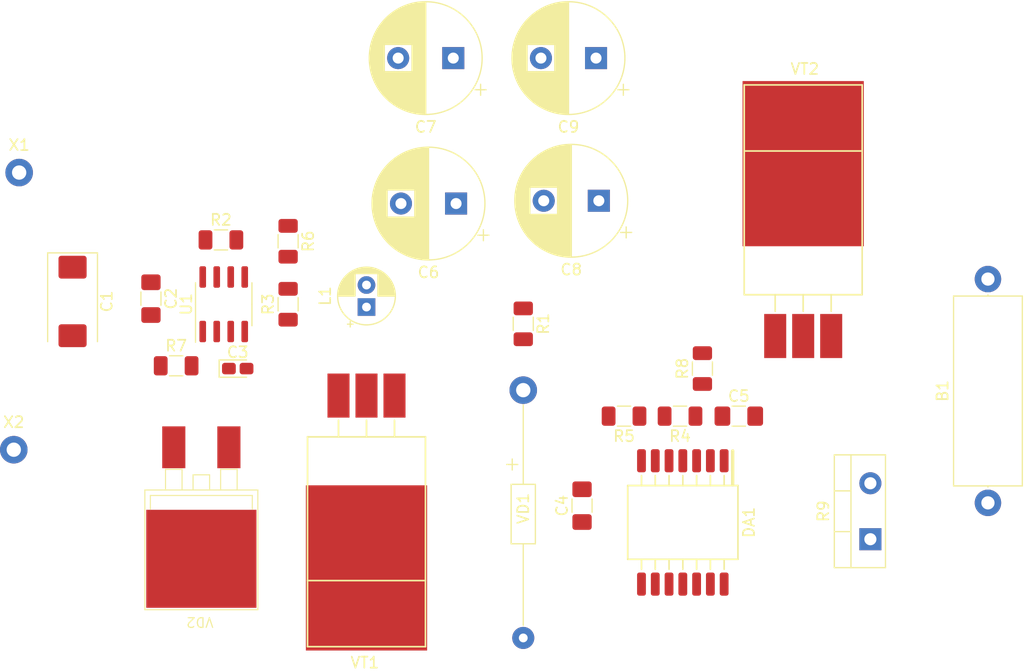
<source format=kicad_pcb>
(kicad_pcb (version 20171130) (host pcbnew "(5.1.6)-1")

  (general
    (thickness 1.6)
    (drawings 0)
    (tracks 0)
    (zones 0)
    (modules 28)
    (nets 17)
  )

  (page A4)
  (layers
    (0 F.Cu signal)
    (31 B.Cu signal)
    (32 B.Adhes user)
    (33 F.Adhes user)
    (34 B.Paste user)
    (35 F.Paste user)
    (36 B.SilkS user)
    (37 F.SilkS user)
    (38 B.Mask user)
    (39 F.Mask user)
    (40 Dwgs.User user)
    (41 Cmts.User user)
    (42 Eco1.User user)
    (43 Eco2.User user)
    (44 Edge.Cuts user)
    (45 Margin user)
    (46 B.CrtYd user)
    (47 F.CrtYd user)
    (48 B.Fab user)
    (49 F.Fab user hide)
  )

  (setup
    (last_trace_width 0.25)
    (trace_clearance 0.2)
    (zone_clearance 0.508)
    (zone_45_only no)
    (trace_min 0.2)
    (via_size 0.8)
    (via_drill 0.4)
    (via_min_size 0.4)
    (via_min_drill 0.3)
    (uvia_size 0.3)
    (uvia_drill 0.1)
    (uvias_allowed no)
    (uvia_min_size 0.2)
    (uvia_min_drill 0.1)
    (edge_width 0.1)
    (segment_width 0.2)
    (pcb_text_width 0.3)
    (pcb_text_size 1.5 1.5)
    (mod_edge_width 0.15)
    (mod_text_size 1 1)
    (mod_text_width 0.15)
    (pad_size 1.524 1.524)
    (pad_drill 0.762)
    (pad_to_mask_clearance 0)
    (aux_axis_origin 0 0)
    (visible_elements FFFFFF7F)
    (pcbplotparams
      (layerselection 0x010fc_ffffffff)
      (usegerberextensions false)
      (usegerberattributes true)
      (usegerberadvancedattributes true)
      (creategerberjobfile true)
      (excludeedgelayer true)
      (linewidth 0.100000)
      (plotframeref false)
      (viasonmask false)
      (mode 1)
      (useauxorigin false)
      (hpglpennumber 1)
      (hpglpenspeed 20)
      (hpglpendiameter 15.000000)
      (psnegative false)
      (psa4output false)
      (plotreference true)
      (plotvalue true)
      (plotinvisibletext false)
      (padsonsilk false)
      (subtractmaskfromsilk false)
      (outputformat 1)
      (mirror false)
      (drillshape 1)
      (scaleselection 1)
      (outputdirectory ""))
  )

  (net 0 "")
  (net 1 GND)
  (net 2 +27V)
  (net 3 "Net-(C3-Pad1)")
  (net 4 "Net-(C4-Pad1)")
  (net 5 +12V)
  (net 6 "Net-(DA1-Pad3)")
  (net 7 "Net-(DA1-Pad5)")
  (net 8 "Net-(DA1-Pad1)")
  (net 9 "Net-(DA1-Pad2)")
  (net 10 "Net-(L1-Pad1)")
  (net 11 "Net-(R2-Pad1)")
  (net 12 "Net-(R3-Pad2)")
  (net 13 "Net-(R7-Pad2)")
  (net 14 "Net-(R8-Pad2)")
  (net 15 "Net-(DA1-Pad12)")
  (net 16 "Net-(DA1-Pad10)")

  (net_class Default "Это класс цепей по умолчанию."
    (clearance 0.2)
    (trace_width 0.25)
    (via_dia 0.8)
    (via_drill 0.4)
    (uvia_dia 0.3)
    (uvia_drill 0.1)
    (add_net +12V)
    (add_net +27V)
    (add_net GND)
    (add_net "Net-(C3-Pad1)")
    (add_net "Net-(C4-Pad1)")
    (add_net "Net-(DA1-Pad1)")
    (add_net "Net-(DA1-Pad10)")
    (add_net "Net-(DA1-Pad12)")
    (add_net "Net-(DA1-Pad2)")
    (add_net "Net-(DA1-Pad3)")
    (add_net "Net-(DA1-Pad5)")
    (add_net "Net-(L1-Pad1)")
    (add_net "Net-(R2-Pad1)")
    (add_net "Net-(R3-Pad2)")
    (add_net "Net-(R7-Pad2)")
    (add_net "Net-(R8-Pad2)")
  )

  (module Capacitor_SMD:C_1206_3216Metric_Pad1.42x1.75mm_HandSolder (layer F.Cu) (tedit 5B301BBE) (tstamp 670AA82D)
    (at 77.216 62.992 270)
    (descr "Capacitor SMD 1206 (3216 Metric), square (rectangular) end terminal, IPC_7351 nominal with elongated pad for handsoldering. (Body size source: http://www.tortai-tech.com/upload/download/2011102023233369053.pdf), generated with kicad-footprint-generator")
    (tags "capacitor handsolder")
    (path /66FDFEDE)
    (attr smd)
    (fp_text reference C2 (at 0 -1.82 90) (layer F.SilkS)
      (effects (font (size 1 1) (thickness 0.15)))
    )
    (fp_text value 0.15 (at 0 1.82 90) (layer F.Fab)
      (effects (font (size 1 1) (thickness 0.15)))
    )
    (fp_text user %R (at 0 0 90) (layer F.Fab)
      (effects (font (size 0.8 0.8) (thickness 0.12)))
    )
    (fp_line (start -1.6 0.8) (end -1.6 -0.8) (layer F.Fab) (width 0.1))
    (fp_line (start -1.6 -0.8) (end 1.6 -0.8) (layer F.Fab) (width 0.1))
    (fp_line (start 1.6 -0.8) (end 1.6 0.8) (layer F.Fab) (width 0.1))
    (fp_line (start 1.6 0.8) (end -1.6 0.8) (layer F.Fab) (width 0.1))
    (fp_line (start -0.602064 -0.91) (end 0.602064 -0.91) (layer F.SilkS) (width 0.12))
    (fp_line (start -0.602064 0.91) (end 0.602064 0.91) (layer F.SilkS) (width 0.12))
    (fp_line (start -2.45 1.12) (end -2.45 -1.12) (layer F.CrtYd) (width 0.05))
    (fp_line (start -2.45 -1.12) (end 2.45 -1.12) (layer F.CrtYd) (width 0.05))
    (fp_line (start 2.45 -1.12) (end 2.45 1.12) (layer F.CrtYd) (width 0.05))
    (fp_line (start 2.45 1.12) (end -2.45 1.12) (layer F.CrtYd) (width 0.05))
    (pad 2 smd roundrect (at 1.4875 0 270) (size 1.425 1.75) (layers F.Cu F.Paste F.Mask) (roundrect_rratio 0.175439)
      (net 1 GND))
    (pad 1 smd roundrect (at -1.4875 0 270) (size 1.425 1.75) (layers F.Cu F.Paste F.Mask) (roundrect_rratio 0.175439)
      (net 2 +27V))
    (model ${KISYS3DMOD}/Capacitor_SMD.3dshapes/C_1206_3216Metric.wrl
      (at (xyz 0 0 0))
      (scale (xyz 1 1 1))
      (rotate (xyz 0 0 0))
    )
  )

  (module Resistor_THT:R_Axial_DIN0617_L17.0mm_D6.0mm_P20.32mm_Horizontal (layer F.Cu) (tedit 5AE5139B) (tstamp 670AA809)
    (at 153.162 81.534 90)
    (descr "Resistor, Axial_DIN0617 series, Axial, Horizontal, pin pitch=20.32mm, 2W, length*diameter=17*6mm^2, http://www.vishay.com/docs/20128/wkxwrx.pdf")
    (tags "Resistor Axial_DIN0617 series Axial Horizontal pin pitch 20.32mm 2W length 17mm diameter 6mm")
    (path /670DAC4D)
    (fp_text reference B1 (at 10.16 -4.12 90) (layer F.SilkS)
      (effects (font (size 1 1) (thickness 0.15)))
    )
    (fp_text value thermocouple (at 10.16 4.12 90) (layer F.Fab)
      (effects (font (size 1 1) (thickness 0.15)))
    )
    (fp_line (start 21.77 -3.25) (end -1.45 -3.25) (layer F.CrtYd) (width 0.05))
    (fp_line (start 21.77 3.25) (end 21.77 -3.25) (layer F.CrtYd) (width 0.05))
    (fp_line (start -1.45 3.25) (end 21.77 3.25) (layer F.CrtYd) (width 0.05))
    (fp_line (start -1.45 -3.25) (end -1.45 3.25) (layer F.CrtYd) (width 0.05))
    (fp_line (start 18.88 0) (end 18.78 0) (layer F.SilkS) (width 0.12))
    (fp_line (start 1.44 0) (end 1.54 0) (layer F.SilkS) (width 0.12))
    (fp_line (start 18.78 -3.12) (end 1.54 -3.12) (layer F.SilkS) (width 0.12))
    (fp_line (start 18.78 3.12) (end 18.78 -3.12) (layer F.SilkS) (width 0.12))
    (fp_line (start 1.54 3.12) (end 18.78 3.12) (layer F.SilkS) (width 0.12))
    (fp_line (start 1.54 -3.12) (end 1.54 3.12) (layer F.SilkS) (width 0.12))
    (fp_line (start 20.32 0) (end 18.66 0) (layer F.Fab) (width 0.1))
    (fp_line (start 0 0) (end 1.66 0) (layer F.Fab) (width 0.1))
    (fp_line (start 18.66 -3) (end 1.66 -3) (layer F.Fab) (width 0.1))
    (fp_line (start 18.66 3) (end 18.66 -3) (layer F.Fab) (width 0.1))
    (fp_line (start 1.66 3) (end 18.66 3) (layer F.Fab) (width 0.1))
    (fp_line (start 1.66 -3) (end 1.66 3) (layer F.Fab) (width 0.1))
    (fp_text user %R (at 10.16 0 90) (layer F.Fab)
      (effects (font (size 1 1) (thickness 0.15)))
    )
    (pad 1 thru_hole circle (at 0 0 90) (size 2.4 2.4) (drill 1.2) (layers *.Cu *.Mask))
    (pad 2 thru_hole oval (at 20.32 0 90) (size 2.4 2.4) (drill 1.2) (layers *.Cu *.Mask))
    (model ${KISYS3DMOD}/Resistor_THT.3dshapes/R_Axial_DIN0617_L17.0mm_D6.0mm_P20.32mm_Horizontal.wrl
      (at (xyz 0 0 0))
      (scale (xyz 1 1 1))
      (rotate (xyz 0 0 0))
    )
  )

  (module Capacitor_Tantalum_SMD:CP_EIA-7343-40_Kemet-Y (layer F.Cu) (tedit 5B301BBE) (tstamp 670AA81C)
    (at 70.104 63.246 270)
    (descr "Tantalum Capacitor SMD Kemet-Y (7343-40 Metric), IPC_7351 nominal, (Body size from: http://www.kemet.com/Lists/ProductCatalog/Attachments/253/KEM_TC101_STD.pdf), generated with kicad-footprint-generator")
    (tags "capacitor tantalum")
    (path /66FC89B3)
    (attr smd)
    (fp_text reference C1 (at 0 -3.1 90) (layer F.SilkS)
      (effects (font (size 1 1) (thickness 0.15)))
    )
    (fp_text value 15 (at 0 3.1 90) (layer F.Fab)
      (effects (font (size 1 1) (thickness 0.15)))
    )
    (fp_line (start 4.4 2.4) (end -4.4 2.4) (layer F.CrtYd) (width 0.05))
    (fp_line (start 4.4 -2.4) (end 4.4 2.4) (layer F.CrtYd) (width 0.05))
    (fp_line (start -4.4 -2.4) (end 4.4 -2.4) (layer F.CrtYd) (width 0.05))
    (fp_line (start -4.4 2.4) (end -4.4 -2.4) (layer F.CrtYd) (width 0.05))
    (fp_line (start -4.41 2.26) (end 3.65 2.26) (layer F.SilkS) (width 0.12))
    (fp_line (start -4.41 -2.26) (end -4.41 2.26) (layer F.SilkS) (width 0.12))
    (fp_line (start 3.65 -2.26) (end -4.41 -2.26) (layer F.SilkS) (width 0.12))
    (fp_line (start 3.65 2.15) (end 3.65 -2.15) (layer F.Fab) (width 0.1))
    (fp_line (start -3.65 2.15) (end 3.65 2.15) (layer F.Fab) (width 0.1))
    (fp_line (start -3.65 -1.15) (end -3.65 2.15) (layer F.Fab) (width 0.1))
    (fp_line (start -2.65 -2.15) (end -3.65 -1.15) (layer F.Fab) (width 0.1))
    (fp_line (start 3.65 -2.15) (end -2.65 -2.15) (layer F.Fab) (width 0.1))
    (fp_text user %R (at 0 0 90) (layer F.Fab)
      (effects (font (size 1 1) (thickness 0.15)))
    )
    (pad 1 smd roundrect (at -3.1125 0 270) (size 2.075 2.55) (layers F.Cu F.Paste F.Mask) (roundrect_rratio 0.120482)
      (net 2 +27V))
    (pad 2 smd roundrect (at 3.1125 0 270) (size 2.075 2.55) (layers F.Cu F.Paste F.Mask) (roundrect_rratio 0.120482)
      (net 1 GND))
    (model ${KISYS3DMOD}/Capacitor_Tantalum_SMD.3dshapes/CP_EIA-7343-40_Kemet-Y.wrl
      (at (xyz 0 0 0))
      (scale (xyz 1 1 1))
      (rotate (xyz 0 0 0))
    )
  )

  (module Capacitor_Tantalum_SMD:CP_EIA-1608-08_AVX-J_Pad1.25x1.05mm_HandSolder (layer F.Cu) (tedit 5B301BBE) (tstamp 670AA840)
    (at 85.09 69.342)
    (descr "Tantalum Capacitor SMD AVX-J (1608-08 Metric), IPC_7351 nominal, (Body size from: https://www.vishay.com/docs/48064/_t58_vmn_pt0471_1601.pdf), generated with kicad-footprint-generator")
    (tags "capacitor tantalum")
    (path /6703E6E6)
    (attr smd)
    (fp_text reference C3 (at 0 -1.48) (layer F.SilkS)
      (effects (font (size 1 1) (thickness 0.15)))
    )
    (fp_text value 8p (at 0 1.48) (layer F.Fab)
      (effects (font (size 1 1) (thickness 0.15)))
    )
    (fp_line (start 1.68 0.78) (end -1.68 0.78) (layer F.CrtYd) (width 0.05))
    (fp_line (start 1.68 -0.78) (end 1.68 0.78) (layer F.CrtYd) (width 0.05))
    (fp_line (start -1.68 -0.78) (end 1.68 -0.78) (layer F.CrtYd) (width 0.05))
    (fp_line (start -1.68 0.78) (end -1.68 -0.78) (layer F.CrtYd) (width 0.05))
    (fp_line (start -1.685 0.785) (end 0.8 0.785) (layer F.SilkS) (width 0.12))
    (fp_line (start -1.685 -0.785) (end -1.685 0.785) (layer F.SilkS) (width 0.12))
    (fp_line (start 0.8 -0.785) (end -1.685 -0.785) (layer F.SilkS) (width 0.12))
    (fp_line (start 0.8 0.425) (end 0.8 -0.425) (layer F.Fab) (width 0.1))
    (fp_line (start -0.8 0.425) (end 0.8 0.425) (layer F.Fab) (width 0.1))
    (fp_line (start -0.8 -0.125) (end -0.8 0.425) (layer F.Fab) (width 0.1))
    (fp_line (start -0.5 -0.425) (end -0.8 -0.125) (layer F.Fab) (width 0.1))
    (fp_line (start 0.8 -0.425) (end -0.5 -0.425) (layer F.Fab) (width 0.1))
    (fp_text user %R (at 0 0) (layer F.Fab)
      (effects (font (size 0.4 0.4) (thickness 0.06)))
    )
    (pad 1 smd roundrect (at -0.8 0) (size 1.25 1.05) (layers F.Cu F.Paste F.Mask) (roundrect_rratio 0.238095)
      (net 3 "Net-(C3-Pad1)"))
    (pad 2 smd roundrect (at 0.8 0) (size 1.25 1.05) (layers F.Cu F.Paste F.Mask) (roundrect_rratio 0.238095)
      (net 1 GND))
    (model ${KISYS3DMOD}/Capacitor_Tantalum_SMD.3dshapes/CP_EIA-1608-08_AVX-J.wrl
      (at (xyz 0 0 0))
      (scale (xyz 1 1 1))
      (rotate (xyz 0 0 0))
    )
  )

  (module Capacitor_SMD:C_1206_3216Metric_Pad1.42x1.75mm_HandSolder (layer F.Cu) (tedit 5B301BBE) (tstamp 670AA851)
    (at 116.332 81.788 90)
    (descr "Capacitor SMD 1206 (3216 Metric), square (rectangular) end terminal, IPC_7351 nominal with elongated pad for handsoldering. (Body size source: http://www.tortai-tech.com/upload/download/2011102023233369053.pdf), generated with kicad-footprint-generator")
    (tags "capacitor handsolder")
    (path /66F378AF)
    (attr smd)
    (fp_text reference C4 (at 0 -1.82 90) (layer F.SilkS)
      (effects (font (size 1 1) (thickness 0.15)))
    )
    (fp_text value 0.15 (at 0 1.82 90) (layer F.Fab)
      (effects (font (size 1 1) (thickness 0.15)))
    )
    (fp_line (start 2.45 1.12) (end -2.45 1.12) (layer F.CrtYd) (width 0.05))
    (fp_line (start 2.45 -1.12) (end 2.45 1.12) (layer F.CrtYd) (width 0.05))
    (fp_line (start -2.45 -1.12) (end 2.45 -1.12) (layer F.CrtYd) (width 0.05))
    (fp_line (start -2.45 1.12) (end -2.45 -1.12) (layer F.CrtYd) (width 0.05))
    (fp_line (start -0.602064 0.91) (end 0.602064 0.91) (layer F.SilkS) (width 0.12))
    (fp_line (start -0.602064 -0.91) (end 0.602064 -0.91) (layer F.SilkS) (width 0.12))
    (fp_line (start 1.6 0.8) (end -1.6 0.8) (layer F.Fab) (width 0.1))
    (fp_line (start 1.6 -0.8) (end 1.6 0.8) (layer F.Fab) (width 0.1))
    (fp_line (start -1.6 -0.8) (end 1.6 -0.8) (layer F.Fab) (width 0.1))
    (fp_line (start -1.6 0.8) (end -1.6 -0.8) (layer F.Fab) (width 0.1))
    (fp_text user %R (at 0 0 90) (layer F.Fab)
      (effects (font (size 0.8 0.8) (thickness 0.12)))
    )
    (pad 1 smd roundrect (at -1.4875 0 90) (size 1.425 1.75) (layers F.Cu F.Paste F.Mask) (roundrect_rratio 0.175439)
      (net 4 "Net-(C4-Pad1)"))
    (pad 2 smd roundrect (at 1.4875 0 90) (size 1.425 1.75) (layers F.Cu F.Paste F.Mask) (roundrect_rratio 0.175439)
      (net 1 GND))
    (model ${KISYS3DMOD}/Capacitor_SMD.3dshapes/C_1206_3216Metric.wrl
      (at (xyz 0 0 0))
      (scale (xyz 1 1 1))
      (rotate (xyz 0 0 0))
    )
  )

  (module Capacitor_SMD:C_1206_3216Metric_Pad1.42x1.75mm_HandSolder (layer F.Cu) (tedit 5B301BBE) (tstamp 670AA862)
    (at 130.556 73.66)
    (descr "Capacitor SMD 1206 (3216 Metric), square (rectangular) end terminal, IPC_7351 nominal with elongated pad for handsoldering. (Body size source: http://www.tortai-tech.com/upload/download/2011102023233369053.pdf), generated with kicad-footprint-generator")
    (tags "capacitor handsolder")
    (path /67101A88)
    (attr smd)
    (fp_text reference C5 (at 0 -1.82) (layer F.SilkS)
      (effects (font (size 1 1) (thickness 0.15)))
    )
    (fp_text value 0.15 (at 0 1.82) (layer F.Fab)
      (effects (font (size 1 1) (thickness 0.15)))
    )
    (fp_line (start 2.45 1.12) (end -2.45 1.12) (layer F.CrtYd) (width 0.05))
    (fp_line (start 2.45 -1.12) (end 2.45 1.12) (layer F.CrtYd) (width 0.05))
    (fp_line (start -2.45 -1.12) (end 2.45 -1.12) (layer F.CrtYd) (width 0.05))
    (fp_line (start -2.45 1.12) (end -2.45 -1.12) (layer F.CrtYd) (width 0.05))
    (fp_line (start -0.602064 0.91) (end 0.602064 0.91) (layer F.SilkS) (width 0.12))
    (fp_line (start -0.602064 -0.91) (end 0.602064 -0.91) (layer F.SilkS) (width 0.12))
    (fp_line (start 1.6 0.8) (end -1.6 0.8) (layer F.Fab) (width 0.1))
    (fp_line (start 1.6 -0.8) (end 1.6 0.8) (layer F.Fab) (width 0.1))
    (fp_line (start -1.6 -0.8) (end 1.6 -0.8) (layer F.Fab) (width 0.1))
    (fp_line (start -1.6 0.8) (end -1.6 -0.8) (layer F.Fab) (width 0.1))
    (fp_text user %R (at 0 0) (layer F.Fab)
      (effects (font (size 0.8 0.8) (thickness 0.12)))
    )
    (pad 1 smd roundrect (at -1.4875 0) (size 1.425 1.75) (layers F.Cu F.Paste F.Mask) (roundrect_rratio 0.175439)
      (net 5 +12V))
    (pad 2 smd roundrect (at 1.4875 0) (size 1.425 1.75) (layers F.Cu F.Paste F.Mask) (roundrect_rratio 0.175439)
      (net 1 GND))
    (model ${KISYS3DMOD}/Capacitor_SMD.3dshapes/C_1206_3216Metric.wrl
      (at (xyz 0 0 0))
      (scale (xyz 1 1 1))
      (rotate (xyz 0 0 0))
    )
  )

  (module Capacitor_THT:CP_Radial_D10.0mm_P5.00mm (layer F.Cu) (tedit 5AE50EF1) (tstamp 670AA92E)
    (at 104.902 54.356 180)
    (descr "CP, Radial series, Radial, pin pitch=5.00mm, , diameter=10mm, Electrolytic Capacitor")
    (tags "CP Radial series Radial pin pitch 5.00mm  diameter 10mm Electrolytic Capacitor")
    (path /67106D9F)
    (fp_text reference C6 (at 2.5 -6.25) (layer F.SilkS)
      (effects (font (size 1 1) (thickness 0.15)))
    )
    (fp_text value 680 (at 2.5 6.25) (layer F.Fab)
      (effects (font (size 1 1) (thickness 0.15)))
    )
    (fp_line (start -2.479646 -3.375) (end -2.479646 -2.375) (layer F.SilkS) (width 0.12))
    (fp_line (start -2.979646 -2.875) (end -1.979646 -2.875) (layer F.SilkS) (width 0.12))
    (fp_line (start 7.581 -0.599) (end 7.581 0.599) (layer F.SilkS) (width 0.12))
    (fp_line (start 7.541 -0.862) (end 7.541 0.862) (layer F.SilkS) (width 0.12))
    (fp_line (start 7.501 -1.062) (end 7.501 1.062) (layer F.SilkS) (width 0.12))
    (fp_line (start 7.461 -1.23) (end 7.461 1.23) (layer F.SilkS) (width 0.12))
    (fp_line (start 7.421 -1.378) (end 7.421 1.378) (layer F.SilkS) (width 0.12))
    (fp_line (start 7.381 -1.51) (end 7.381 1.51) (layer F.SilkS) (width 0.12))
    (fp_line (start 7.341 -1.63) (end 7.341 1.63) (layer F.SilkS) (width 0.12))
    (fp_line (start 7.301 -1.742) (end 7.301 1.742) (layer F.SilkS) (width 0.12))
    (fp_line (start 7.261 -1.846) (end 7.261 1.846) (layer F.SilkS) (width 0.12))
    (fp_line (start 7.221 -1.944) (end 7.221 1.944) (layer F.SilkS) (width 0.12))
    (fp_line (start 7.181 -2.037) (end 7.181 2.037) (layer F.SilkS) (width 0.12))
    (fp_line (start 7.141 -2.125) (end 7.141 2.125) (layer F.SilkS) (width 0.12))
    (fp_line (start 7.101 -2.209) (end 7.101 2.209) (layer F.SilkS) (width 0.12))
    (fp_line (start 7.061 -2.289) (end 7.061 2.289) (layer F.SilkS) (width 0.12))
    (fp_line (start 7.021 -2.365) (end 7.021 2.365) (layer F.SilkS) (width 0.12))
    (fp_line (start 6.981 -2.439) (end 6.981 2.439) (layer F.SilkS) (width 0.12))
    (fp_line (start 6.941 -2.51) (end 6.941 2.51) (layer F.SilkS) (width 0.12))
    (fp_line (start 6.901 -2.579) (end 6.901 2.579) (layer F.SilkS) (width 0.12))
    (fp_line (start 6.861 -2.645) (end 6.861 2.645) (layer F.SilkS) (width 0.12))
    (fp_line (start 6.821 -2.709) (end 6.821 2.709) (layer F.SilkS) (width 0.12))
    (fp_line (start 6.781 -2.77) (end 6.781 2.77) (layer F.SilkS) (width 0.12))
    (fp_line (start 6.741 -2.83) (end 6.741 2.83) (layer F.SilkS) (width 0.12))
    (fp_line (start 6.701 -2.889) (end 6.701 2.889) (layer F.SilkS) (width 0.12))
    (fp_line (start 6.661 -2.945) (end 6.661 2.945) (layer F.SilkS) (width 0.12))
    (fp_line (start 6.621 -3) (end 6.621 3) (layer F.SilkS) (width 0.12))
    (fp_line (start 6.581 -3.054) (end 6.581 3.054) (layer F.SilkS) (width 0.12))
    (fp_line (start 6.541 -3.106) (end 6.541 3.106) (layer F.SilkS) (width 0.12))
    (fp_line (start 6.501 -3.156) (end 6.501 3.156) (layer F.SilkS) (width 0.12))
    (fp_line (start 6.461 -3.206) (end 6.461 3.206) (layer F.SilkS) (width 0.12))
    (fp_line (start 6.421 -3.254) (end 6.421 3.254) (layer F.SilkS) (width 0.12))
    (fp_line (start 6.381 -3.301) (end 6.381 3.301) (layer F.SilkS) (width 0.12))
    (fp_line (start 6.341 -3.347) (end 6.341 3.347) (layer F.SilkS) (width 0.12))
    (fp_line (start 6.301 -3.392) (end 6.301 3.392) (layer F.SilkS) (width 0.12))
    (fp_line (start 6.261 -3.436) (end 6.261 3.436) (layer F.SilkS) (width 0.12))
    (fp_line (start 6.221 1.241) (end 6.221 3.478) (layer F.SilkS) (width 0.12))
    (fp_line (start 6.221 -3.478) (end 6.221 -1.241) (layer F.SilkS) (width 0.12))
    (fp_line (start 6.181 1.241) (end 6.181 3.52) (layer F.SilkS) (width 0.12))
    (fp_line (start 6.181 -3.52) (end 6.181 -1.241) (layer F.SilkS) (width 0.12))
    (fp_line (start 6.141 1.241) (end 6.141 3.561) (layer F.SilkS) (width 0.12))
    (fp_line (start 6.141 -3.561) (end 6.141 -1.241) (layer F.SilkS) (width 0.12))
    (fp_line (start 6.101 1.241) (end 6.101 3.601) (layer F.SilkS) (width 0.12))
    (fp_line (start 6.101 -3.601) (end 6.101 -1.241) (layer F.SilkS) (width 0.12))
    (fp_line (start 6.061 1.241) (end 6.061 3.64) (layer F.SilkS) (width 0.12))
    (fp_line (start 6.061 -3.64) (end 6.061 -1.241) (layer F.SilkS) (width 0.12))
    (fp_line (start 6.021 1.241) (end 6.021 3.679) (layer F.SilkS) (width 0.12))
    (fp_line (start 6.021 -3.679) (end 6.021 -1.241) (layer F.SilkS) (width 0.12))
    (fp_line (start 5.981 1.241) (end 5.981 3.716) (layer F.SilkS) (width 0.12))
    (fp_line (start 5.981 -3.716) (end 5.981 -1.241) (layer F.SilkS) (width 0.12))
    (fp_line (start 5.941 1.241) (end 5.941 3.753) (layer F.SilkS) (width 0.12))
    (fp_line (start 5.941 -3.753) (end 5.941 -1.241) (layer F.SilkS) (width 0.12))
    (fp_line (start 5.901 1.241) (end 5.901 3.789) (layer F.SilkS) (width 0.12))
    (fp_line (start 5.901 -3.789) (end 5.901 -1.241) (layer F.SilkS) (width 0.12))
    (fp_line (start 5.861 1.241) (end 5.861 3.824) (layer F.SilkS) (width 0.12))
    (fp_line (start 5.861 -3.824) (end 5.861 -1.241) (layer F.SilkS) (width 0.12))
    (fp_line (start 5.821 1.241) (end 5.821 3.858) (layer F.SilkS) (width 0.12))
    (fp_line (start 5.821 -3.858) (end 5.821 -1.241) (layer F.SilkS) (width 0.12))
    (fp_line (start 5.781 1.241) (end 5.781 3.892) (layer F.SilkS) (width 0.12))
    (fp_line (start 5.781 -3.892) (end 5.781 -1.241) (layer F.SilkS) (width 0.12))
    (fp_line (start 5.741 1.241) (end 5.741 3.925) (layer F.SilkS) (width 0.12))
    (fp_line (start 5.741 -3.925) (end 5.741 -1.241) (layer F.SilkS) (width 0.12))
    (fp_line (start 5.701 1.241) (end 5.701 3.957) (layer F.SilkS) (width 0.12))
    (fp_line (start 5.701 -3.957) (end 5.701 -1.241) (layer F.SilkS) (width 0.12))
    (fp_line (start 5.661 1.241) (end 5.661 3.989) (layer F.SilkS) (width 0.12))
    (fp_line (start 5.661 -3.989) (end 5.661 -1.241) (layer F.SilkS) (width 0.12))
    (fp_line (start 5.621 1.241) (end 5.621 4.02) (layer F.SilkS) (width 0.12))
    (fp_line (start 5.621 -4.02) (end 5.621 -1.241) (layer F.SilkS) (width 0.12))
    (fp_line (start 5.581 1.241) (end 5.581 4.05) (layer F.SilkS) (width 0.12))
    (fp_line (start 5.581 -4.05) (end 5.581 -1.241) (layer F.SilkS) (width 0.12))
    (fp_line (start 5.541 1.241) (end 5.541 4.08) (layer F.SilkS) (width 0.12))
    (fp_line (start 5.541 -4.08) (end 5.541 -1.241) (layer F.SilkS) (width 0.12))
    (fp_line (start 5.501 1.241) (end 5.501 4.11) (layer F.SilkS) (width 0.12))
    (fp_line (start 5.501 -4.11) (end 5.501 -1.241) (layer F.SilkS) (width 0.12))
    (fp_line (start 5.461 1.241) (end 5.461 4.138) (layer F.SilkS) (width 0.12))
    (fp_line (start 5.461 -4.138) (end 5.461 -1.241) (layer F.SilkS) (width 0.12))
    (fp_line (start 5.421 1.241) (end 5.421 4.166) (layer F.SilkS) (width 0.12))
    (fp_line (start 5.421 -4.166) (end 5.421 -1.241) (layer F.SilkS) (width 0.12))
    (fp_line (start 5.381 1.241) (end 5.381 4.194) (layer F.SilkS) (width 0.12))
    (fp_line (start 5.381 -4.194) (end 5.381 -1.241) (layer F.SilkS) (width 0.12))
    (fp_line (start 5.341 1.241) (end 5.341 4.221) (layer F.SilkS) (width 0.12))
    (fp_line (start 5.341 -4.221) (end 5.341 -1.241) (layer F.SilkS) (width 0.12))
    (fp_line (start 5.301 1.241) (end 5.301 4.247) (layer F.SilkS) (width 0.12))
    (fp_line (start 5.301 -4.247) (end 5.301 -1.241) (layer F.SilkS) (width 0.12))
    (fp_line (start 5.261 1.241) (end 5.261 4.273) (layer F.SilkS) (width 0.12))
    (fp_line (start 5.261 -4.273) (end 5.261 -1.241) (layer F.SilkS) (width 0.12))
    (fp_line (start 5.221 1.241) (end 5.221 4.298) (layer F.SilkS) (width 0.12))
    (fp_line (start 5.221 -4.298) (end 5.221 -1.241) (layer F.SilkS) (width 0.12))
    (fp_line (start 5.181 1.241) (end 5.181 4.323) (layer F.SilkS) (width 0.12))
    (fp_line (start 5.181 -4.323) (end 5.181 -1.241) (layer F.SilkS) (width 0.12))
    (fp_line (start 5.141 1.241) (end 5.141 4.347) (layer F.SilkS) (width 0.12))
    (fp_line (start 5.141 -4.347) (end 5.141 -1.241) (layer F.SilkS) (width 0.12))
    (fp_line (start 5.101 1.241) (end 5.101 4.371) (layer F.SilkS) (width 0.12))
    (fp_line (start 5.101 -4.371) (end 5.101 -1.241) (layer F.SilkS) (width 0.12))
    (fp_line (start 5.061 1.241) (end 5.061 4.395) (layer F.SilkS) (width 0.12))
    (fp_line (start 5.061 -4.395) (end 5.061 -1.241) (layer F.SilkS) (width 0.12))
    (fp_line (start 5.021 1.241) (end 5.021 4.417) (layer F.SilkS) (width 0.12))
    (fp_line (start 5.021 -4.417) (end 5.021 -1.241) (layer F.SilkS) (width 0.12))
    (fp_line (start 4.981 1.241) (end 4.981 4.44) (layer F.SilkS) (width 0.12))
    (fp_line (start 4.981 -4.44) (end 4.981 -1.241) (layer F.SilkS) (width 0.12))
    (fp_line (start 4.941 1.241) (end 4.941 4.462) (layer F.SilkS) (width 0.12))
    (fp_line (start 4.941 -4.462) (end 4.941 -1.241) (layer F.SilkS) (width 0.12))
    (fp_line (start 4.901 1.241) (end 4.901 4.483) (layer F.SilkS) (width 0.12))
    (fp_line (start 4.901 -4.483) (end 4.901 -1.241) (layer F.SilkS) (width 0.12))
    (fp_line (start 4.861 1.241) (end 4.861 4.504) (layer F.SilkS) (width 0.12))
    (fp_line (start 4.861 -4.504) (end 4.861 -1.241) (layer F.SilkS) (width 0.12))
    (fp_line (start 4.821 1.241) (end 4.821 4.525) (layer F.SilkS) (width 0.12))
    (fp_line (start 4.821 -4.525) (end 4.821 -1.241) (layer F.SilkS) (width 0.12))
    (fp_line (start 4.781 1.241) (end 4.781 4.545) (layer F.SilkS) (width 0.12))
    (fp_line (start 4.781 -4.545) (end 4.781 -1.241) (layer F.SilkS) (width 0.12))
    (fp_line (start 4.741 1.241) (end 4.741 4.564) (layer F.SilkS) (width 0.12))
    (fp_line (start 4.741 -4.564) (end 4.741 -1.241) (layer F.SilkS) (width 0.12))
    (fp_line (start 4.701 1.241) (end 4.701 4.584) (layer F.SilkS) (width 0.12))
    (fp_line (start 4.701 -4.584) (end 4.701 -1.241) (layer F.SilkS) (width 0.12))
    (fp_line (start 4.661 1.241) (end 4.661 4.603) (layer F.SilkS) (width 0.12))
    (fp_line (start 4.661 -4.603) (end 4.661 -1.241) (layer F.SilkS) (width 0.12))
    (fp_line (start 4.621 1.241) (end 4.621 4.621) (layer F.SilkS) (width 0.12))
    (fp_line (start 4.621 -4.621) (end 4.621 -1.241) (layer F.SilkS) (width 0.12))
    (fp_line (start 4.581 1.241) (end 4.581 4.639) (layer F.SilkS) (width 0.12))
    (fp_line (start 4.581 -4.639) (end 4.581 -1.241) (layer F.SilkS) (width 0.12))
    (fp_line (start 4.541 1.241) (end 4.541 4.657) (layer F.SilkS) (width 0.12))
    (fp_line (start 4.541 -4.657) (end 4.541 -1.241) (layer F.SilkS) (width 0.12))
    (fp_line (start 4.501 1.241) (end 4.501 4.674) (layer F.SilkS) (width 0.12))
    (fp_line (start 4.501 -4.674) (end 4.501 -1.241) (layer F.SilkS) (width 0.12))
    (fp_line (start 4.461 1.241) (end 4.461 4.69) (layer F.SilkS) (width 0.12))
    (fp_line (start 4.461 -4.69) (end 4.461 -1.241) (layer F.SilkS) (width 0.12))
    (fp_line (start 4.421 1.241) (end 4.421 4.707) (layer F.SilkS) (width 0.12))
    (fp_line (start 4.421 -4.707) (end 4.421 -1.241) (layer F.SilkS) (width 0.12))
    (fp_line (start 4.381 1.241) (end 4.381 4.723) (layer F.SilkS) (width 0.12))
    (fp_line (start 4.381 -4.723) (end 4.381 -1.241) (layer F.SilkS) (width 0.12))
    (fp_line (start 4.341 1.241) (end 4.341 4.738) (layer F.SilkS) (width 0.12))
    (fp_line (start 4.341 -4.738) (end 4.341 -1.241) (layer F.SilkS) (width 0.12))
    (fp_line (start 4.301 1.241) (end 4.301 4.754) (layer F.SilkS) (width 0.12))
    (fp_line (start 4.301 -4.754) (end 4.301 -1.241) (layer F.SilkS) (width 0.12))
    (fp_line (start 4.261 1.241) (end 4.261 4.768) (layer F.SilkS) (width 0.12))
    (fp_line (start 4.261 -4.768) (end 4.261 -1.241) (layer F.SilkS) (width 0.12))
    (fp_line (start 4.221 1.241) (end 4.221 4.783) (layer F.SilkS) (width 0.12))
    (fp_line (start 4.221 -4.783) (end 4.221 -1.241) (layer F.SilkS) (width 0.12))
    (fp_line (start 4.181 1.241) (end 4.181 4.797) (layer F.SilkS) (width 0.12))
    (fp_line (start 4.181 -4.797) (end 4.181 -1.241) (layer F.SilkS) (width 0.12))
    (fp_line (start 4.141 1.241) (end 4.141 4.811) (layer F.SilkS) (width 0.12))
    (fp_line (start 4.141 -4.811) (end 4.141 -1.241) (layer F.SilkS) (width 0.12))
    (fp_line (start 4.101 1.241) (end 4.101 4.824) (layer F.SilkS) (width 0.12))
    (fp_line (start 4.101 -4.824) (end 4.101 -1.241) (layer F.SilkS) (width 0.12))
    (fp_line (start 4.061 1.241) (end 4.061 4.837) (layer F.SilkS) (width 0.12))
    (fp_line (start 4.061 -4.837) (end 4.061 -1.241) (layer F.SilkS) (width 0.12))
    (fp_line (start 4.021 1.241) (end 4.021 4.85) (layer F.SilkS) (width 0.12))
    (fp_line (start 4.021 -4.85) (end 4.021 -1.241) (layer F.SilkS) (width 0.12))
    (fp_line (start 3.981 1.241) (end 3.981 4.862) (layer F.SilkS) (width 0.12))
    (fp_line (start 3.981 -4.862) (end 3.981 -1.241) (layer F.SilkS) (width 0.12))
    (fp_line (start 3.941 1.241) (end 3.941 4.874) (layer F.SilkS) (width 0.12))
    (fp_line (start 3.941 -4.874) (end 3.941 -1.241) (layer F.SilkS) (width 0.12))
    (fp_line (start 3.901 1.241) (end 3.901 4.885) (layer F.SilkS) (width 0.12))
    (fp_line (start 3.901 -4.885) (end 3.901 -1.241) (layer F.SilkS) (width 0.12))
    (fp_line (start 3.861 1.241) (end 3.861 4.897) (layer F.SilkS) (width 0.12))
    (fp_line (start 3.861 -4.897) (end 3.861 -1.241) (layer F.SilkS) (width 0.12))
    (fp_line (start 3.821 1.241) (end 3.821 4.907) (layer F.SilkS) (width 0.12))
    (fp_line (start 3.821 -4.907) (end 3.821 -1.241) (layer F.SilkS) (width 0.12))
    (fp_line (start 3.781 1.241) (end 3.781 4.918) (layer F.SilkS) (width 0.12))
    (fp_line (start 3.781 -4.918) (end 3.781 -1.241) (layer F.SilkS) (width 0.12))
    (fp_line (start 3.741 -4.928) (end 3.741 4.928) (layer F.SilkS) (width 0.12))
    (fp_line (start 3.701 -4.938) (end 3.701 4.938) (layer F.SilkS) (width 0.12))
    (fp_line (start 3.661 -4.947) (end 3.661 4.947) (layer F.SilkS) (width 0.12))
    (fp_line (start 3.621 -4.956) (end 3.621 4.956) (layer F.SilkS) (width 0.12))
    (fp_line (start 3.581 -4.965) (end 3.581 4.965) (layer F.SilkS) (width 0.12))
    (fp_line (start 3.541 -4.974) (end 3.541 4.974) (layer F.SilkS) (width 0.12))
    (fp_line (start 3.501 -4.982) (end 3.501 4.982) (layer F.SilkS) (width 0.12))
    (fp_line (start 3.461 -4.99) (end 3.461 4.99) (layer F.SilkS) (width 0.12))
    (fp_line (start 3.421 -4.997) (end 3.421 4.997) (layer F.SilkS) (width 0.12))
    (fp_line (start 3.381 -5.004) (end 3.381 5.004) (layer F.SilkS) (width 0.12))
    (fp_line (start 3.341 -5.011) (end 3.341 5.011) (layer F.SilkS) (width 0.12))
    (fp_line (start 3.301 -5.018) (end 3.301 5.018) (layer F.SilkS) (width 0.12))
    (fp_line (start 3.261 -5.024) (end 3.261 5.024) (layer F.SilkS) (width 0.12))
    (fp_line (start 3.221 -5.03) (end 3.221 5.03) (layer F.SilkS) (width 0.12))
    (fp_line (start 3.18 -5.035) (end 3.18 5.035) (layer F.SilkS) (width 0.12))
    (fp_line (start 3.14 -5.04) (end 3.14 5.04) (layer F.SilkS) (width 0.12))
    (fp_line (start 3.1 -5.045) (end 3.1 5.045) (layer F.SilkS) (width 0.12))
    (fp_line (start 3.06 -5.05) (end 3.06 5.05) (layer F.SilkS) (width 0.12))
    (fp_line (start 3.02 -5.054) (end 3.02 5.054) (layer F.SilkS) (width 0.12))
    (fp_line (start 2.98 -5.058) (end 2.98 5.058) (layer F.SilkS) (width 0.12))
    (fp_line (start 2.94 -5.062) (end 2.94 5.062) (layer F.SilkS) (width 0.12))
    (fp_line (start 2.9 -5.065) (end 2.9 5.065) (layer F.SilkS) (width 0.12))
    (fp_line (start 2.86 -5.068) (end 2.86 5.068) (layer F.SilkS) (width 0.12))
    (fp_line (start 2.82 -5.07) (end 2.82 5.07) (layer F.SilkS) (width 0.12))
    (fp_line (start 2.78 -5.073) (end 2.78 5.073) (layer F.SilkS) (width 0.12))
    (fp_line (start 2.74 -5.075) (end 2.74 5.075) (layer F.SilkS) (width 0.12))
    (fp_line (start 2.7 -5.077) (end 2.7 5.077) (layer F.SilkS) (width 0.12))
    (fp_line (start 2.66 -5.078) (end 2.66 5.078) (layer F.SilkS) (width 0.12))
    (fp_line (start 2.62 -5.079) (end 2.62 5.079) (layer F.SilkS) (width 0.12))
    (fp_line (start 2.58 -5.08) (end 2.58 5.08) (layer F.SilkS) (width 0.12))
    (fp_line (start 2.54 -5.08) (end 2.54 5.08) (layer F.SilkS) (width 0.12))
    (fp_line (start 2.5 -5.08) (end 2.5 5.08) (layer F.SilkS) (width 0.12))
    (fp_line (start -1.288861 -2.6875) (end -1.288861 -1.6875) (layer F.Fab) (width 0.1))
    (fp_line (start -1.788861 -2.1875) (end -0.788861 -2.1875) (layer F.Fab) (width 0.1))
    (fp_circle (center 2.5 0) (end 7.75 0) (layer F.CrtYd) (width 0.05))
    (fp_circle (center 2.5 0) (end 7.62 0) (layer F.SilkS) (width 0.12))
    (fp_circle (center 2.5 0) (end 7.5 0) (layer F.Fab) (width 0.1))
    (fp_text user %R (at 2.5 0) (layer F.Fab)
      (effects (font (size 1 1) (thickness 0.15)))
    )
    (pad 1 thru_hole rect (at 0 0 180) (size 2 2) (drill 1) (layers *.Cu *.Mask)
      (net 5 +12V))
    (pad 2 thru_hole circle (at 5 0 180) (size 2 2) (drill 1) (layers *.Cu *.Mask)
      (net 1 GND))
    (model ${KISYS3DMOD}/Capacitor_THT.3dshapes/CP_Radial_D10.0mm_P5.00mm.wrl
      (at (xyz 0 0 0))
      (scale (xyz 1 1 1))
      (rotate (xyz 0 0 0))
    )
  )

  (module Capacitor_THT:CP_Radial_D10.0mm_P5.00mm (layer F.Cu) (tedit 5AE50EF1) (tstamp 670AA9FA)
    (at 104.648 41.148 180)
    (descr "CP, Radial series, Radial, pin pitch=5.00mm, , diameter=10mm, Electrolytic Capacitor")
    (tags "CP Radial series Radial pin pitch 5.00mm  diameter 10mm Electrolytic Capacitor")
    (path /66FE82DE)
    (fp_text reference C7 (at 2.5 -6.25) (layer F.SilkS)
      (effects (font (size 1 1) (thickness 0.15)))
    )
    (fp_text value 680 (at 2.5 6.25) (layer F.Fab)
      (effects (font (size 1 1) (thickness 0.15)))
    )
    (fp_text user %R (at 2.5 0) (layer F.Fab)
      (effects (font (size 1 1) (thickness 0.15)))
    )
    (fp_circle (center 2.5 0) (end 7.5 0) (layer F.Fab) (width 0.1))
    (fp_circle (center 2.5 0) (end 7.62 0) (layer F.SilkS) (width 0.12))
    (fp_circle (center 2.5 0) (end 7.75 0) (layer F.CrtYd) (width 0.05))
    (fp_line (start -1.788861 -2.1875) (end -0.788861 -2.1875) (layer F.Fab) (width 0.1))
    (fp_line (start -1.288861 -2.6875) (end -1.288861 -1.6875) (layer F.Fab) (width 0.1))
    (fp_line (start 2.5 -5.08) (end 2.5 5.08) (layer F.SilkS) (width 0.12))
    (fp_line (start 2.54 -5.08) (end 2.54 5.08) (layer F.SilkS) (width 0.12))
    (fp_line (start 2.58 -5.08) (end 2.58 5.08) (layer F.SilkS) (width 0.12))
    (fp_line (start 2.62 -5.079) (end 2.62 5.079) (layer F.SilkS) (width 0.12))
    (fp_line (start 2.66 -5.078) (end 2.66 5.078) (layer F.SilkS) (width 0.12))
    (fp_line (start 2.7 -5.077) (end 2.7 5.077) (layer F.SilkS) (width 0.12))
    (fp_line (start 2.74 -5.075) (end 2.74 5.075) (layer F.SilkS) (width 0.12))
    (fp_line (start 2.78 -5.073) (end 2.78 5.073) (layer F.SilkS) (width 0.12))
    (fp_line (start 2.82 -5.07) (end 2.82 5.07) (layer F.SilkS) (width 0.12))
    (fp_line (start 2.86 -5.068) (end 2.86 5.068) (layer F.SilkS) (width 0.12))
    (fp_line (start 2.9 -5.065) (end 2.9 5.065) (layer F.SilkS) (width 0.12))
    (fp_line (start 2.94 -5.062) (end 2.94 5.062) (layer F.SilkS) (width 0.12))
    (fp_line (start 2.98 -5.058) (end 2.98 5.058) (layer F.SilkS) (width 0.12))
    (fp_line (start 3.02 -5.054) (end 3.02 5.054) (layer F.SilkS) (width 0.12))
    (fp_line (start 3.06 -5.05) (end 3.06 5.05) (layer F.SilkS) (width 0.12))
    (fp_line (start 3.1 -5.045) (end 3.1 5.045) (layer F.SilkS) (width 0.12))
    (fp_line (start 3.14 -5.04) (end 3.14 5.04) (layer F.SilkS) (width 0.12))
    (fp_line (start 3.18 -5.035) (end 3.18 5.035) (layer F.SilkS) (width 0.12))
    (fp_line (start 3.221 -5.03) (end 3.221 5.03) (layer F.SilkS) (width 0.12))
    (fp_line (start 3.261 -5.024) (end 3.261 5.024) (layer F.SilkS) (width 0.12))
    (fp_line (start 3.301 -5.018) (end 3.301 5.018) (layer F.SilkS) (width 0.12))
    (fp_line (start 3.341 -5.011) (end 3.341 5.011) (layer F.SilkS) (width 0.12))
    (fp_line (start 3.381 -5.004) (end 3.381 5.004) (layer F.SilkS) (width 0.12))
    (fp_line (start 3.421 -4.997) (end 3.421 4.997) (layer F.SilkS) (width 0.12))
    (fp_line (start 3.461 -4.99) (end 3.461 4.99) (layer F.SilkS) (width 0.12))
    (fp_line (start 3.501 -4.982) (end 3.501 4.982) (layer F.SilkS) (width 0.12))
    (fp_line (start 3.541 -4.974) (end 3.541 4.974) (layer F.SilkS) (width 0.12))
    (fp_line (start 3.581 -4.965) (end 3.581 4.965) (layer F.SilkS) (width 0.12))
    (fp_line (start 3.621 -4.956) (end 3.621 4.956) (layer F.SilkS) (width 0.12))
    (fp_line (start 3.661 -4.947) (end 3.661 4.947) (layer F.SilkS) (width 0.12))
    (fp_line (start 3.701 -4.938) (end 3.701 4.938) (layer F.SilkS) (width 0.12))
    (fp_line (start 3.741 -4.928) (end 3.741 4.928) (layer F.SilkS) (width 0.12))
    (fp_line (start 3.781 -4.918) (end 3.781 -1.241) (layer F.SilkS) (width 0.12))
    (fp_line (start 3.781 1.241) (end 3.781 4.918) (layer F.SilkS) (width 0.12))
    (fp_line (start 3.821 -4.907) (end 3.821 -1.241) (layer F.SilkS) (width 0.12))
    (fp_line (start 3.821 1.241) (end 3.821 4.907) (layer F.SilkS) (width 0.12))
    (fp_line (start 3.861 -4.897) (end 3.861 -1.241) (layer F.SilkS) (width 0.12))
    (fp_line (start 3.861 1.241) (end 3.861 4.897) (layer F.SilkS) (width 0.12))
    (fp_line (start 3.901 -4.885) (end 3.901 -1.241) (layer F.SilkS) (width 0.12))
    (fp_line (start 3.901 1.241) (end 3.901 4.885) (layer F.SilkS) (width 0.12))
    (fp_line (start 3.941 -4.874) (end 3.941 -1.241) (layer F.SilkS) (width 0.12))
    (fp_line (start 3.941 1.241) (end 3.941 4.874) (layer F.SilkS) (width 0.12))
    (fp_line (start 3.981 -4.862) (end 3.981 -1.241) (layer F.SilkS) (width 0.12))
    (fp_line (start 3.981 1.241) (end 3.981 4.862) (layer F.SilkS) (width 0.12))
    (fp_line (start 4.021 -4.85) (end 4.021 -1.241) (layer F.SilkS) (width 0.12))
    (fp_line (start 4.021 1.241) (end 4.021 4.85) (layer F.SilkS) (width 0.12))
    (fp_line (start 4.061 -4.837) (end 4.061 -1.241) (layer F.SilkS) (width 0.12))
    (fp_line (start 4.061 1.241) (end 4.061 4.837) (layer F.SilkS) (width 0.12))
    (fp_line (start 4.101 -4.824) (end 4.101 -1.241) (layer F.SilkS) (width 0.12))
    (fp_line (start 4.101 1.241) (end 4.101 4.824) (layer F.SilkS) (width 0.12))
    (fp_line (start 4.141 -4.811) (end 4.141 -1.241) (layer F.SilkS) (width 0.12))
    (fp_line (start 4.141 1.241) (end 4.141 4.811) (layer F.SilkS) (width 0.12))
    (fp_line (start 4.181 -4.797) (end 4.181 -1.241) (layer F.SilkS) (width 0.12))
    (fp_line (start 4.181 1.241) (end 4.181 4.797) (layer F.SilkS) (width 0.12))
    (fp_line (start 4.221 -4.783) (end 4.221 -1.241) (layer F.SilkS) (width 0.12))
    (fp_line (start 4.221 1.241) (end 4.221 4.783) (layer F.SilkS) (width 0.12))
    (fp_line (start 4.261 -4.768) (end 4.261 -1.241) (layer F.SilkS) (width 0.12))
    (fp_line (start 4.261 1.241) (end 4.261 4.768) (layer F.SilkS) (width 0.12))
    (fp_line (start 4.301 -4.754) (end 4.301 -1.241) (layer F.SilkS) (width 0.12))
    (fp_line (start 4.301 1.241) (end 4.301 4.754) (layer F.SilkS) (width 0.12))
    (fp_line (start 4.341 -4.738) (end 4.341 -1.241) (layer F.SilkS) (width 0.12))
    (fp_line (start 4.341 1.241) (end 4.341 4.738) (layer F.SilkS) (width 0.12))
    (fp_line (start 4.381 -4.723) (end 4.381 -1.241) (layer F.SilkS) (width 0.12))
    (fp_line (start 4.381 1.241) (end 4.381 4.723) (layer F.SilkS) (width 0.12))
    (fp_line (start 4.421 -4.707) (end 4.421 -1.241) (layer F.SilkS) (width 0.12))
    (fp_line (start 4.421 1.241) (end 4.421 4.707) (layer F.SilkS) (width 0.12))
    (fp_line (start 4.461 -4.69) (end 4.461 -1.241) (layer F.SilkS) (width 0.12))
    (fp_line (start 4.461 1.241) (end 4.461 4.69) (layer F.SilkS) (width 0.12))
    (fp_line (start 4.501 -4.674) (end 4.501 -1.241) (layer F.SilkS) (width 0.12))
    (fp_line (start 4.501 1.241) (end 4.501 4.674) (layer F.SilkS) (width 0.12))
    (fp_line (start 4.541 -4.657) (end 4.541 -1.241) (layer F.SilkS) (width 0.12))
    (fp_line (start 4.541 1.241) (end 4.541 4.657) (layer F.SilkS) (width 0.12))
    (fp_line (start 4.581 -4.639) (end 4.581 -1.241) (layer F.SilkS) (width 0.12))
    (fp_line (start 4.581 1.241) (end 4.581 4.639) (layer F.SilkS) (width 0.12))
    (fp_line (start 4.621 -4.621) (end 4.621 -1.241) (layer F.SilkS) (width 0.12))
    (fp_line (start 4.621 1.241) (end 4.621 4.621) (layer F.SilkS) (width 0.12))
    (fp_line (start 4.661 -4.603) (end 4.661 -1.241) (layer F.SilkS) (width 0.12))
    (fp_line (start 4.661 1.241) (end 4.661 4.603) (layer F.SilkS) (width 0.12))
    (fp_line (start 4.701 -4.584) (end 4.701 -1.241) (layer F.SilkS) (width 0.12))
    (fp_line (start 4.701 1.241) (end 4.701 4.584) (layer F.SilkS) (width 0.12))
    (fp_line (start 4.741 -4.564) (end 4.741 -1.241) (layer F.SilkS) (width 0.12))
    (fp_line (start 4.741 1.241) (end 4.741 4.564) (layer F.SilkS) (width 0.12))
    (fp_line (start 4.781 -4.545) (end 4.781 -1.241) (layer F.SilkS) (width 0.12))
    (fp_line (start 4.781 1.241) (end 4.781 4.545) (layer F.SilkS) (width 0.12))
    (fp_line (start 4.821 -4.525) (end 4.821 -1.241) (layer F.SilkS) (width 0.12))
    (fp_line (start 4.821 1.241) (end 4.821 4.525) (layer F.SilkS) (width 0.12))
    (fp_line (start 4.861 -4.504) (end 4.861 -1.241) (layer F.SilkS) (width 0.12))
    (fp_line (start 4.861 1.241) (end 4.861 4.504) (layer F.SilkS) (width 0.12))
    (fp_line (start 4.901 -4.483) (end 4.901 -1.241) (layer F.SilkS) (width 0.12))
    (fp_line (start 4.901 1.241) (end 4.901 4.483) (layer F.SilkS) (width 0.12))
    (fp_line (start 4.941 -4.462) (end 4.941 -1.241) (layer F.SilkS) (width 0.12))
    (fp_line (start 4.941 1.241) (end 4.941 4.462) (layer F.SilkS) (width 0.12))
    (fp_line (start 4.981 -4.44) (end 4.981 -1.241) (layer F.SilkS) (width 0.12))
    (fp_line (start 4.981 1.241) (end 4.981 4.44) (layer F.SilkS) (width 0.12))
    (fp_line (start 5.021 -4.417) (end 5.021 -1.241) (layer F.SilkS) (width 0.12))
    (fp_line (start 5.021 1.241) (end 5.021 4.417) (layer F.SilkS) (width 0.12))
    (fp_line (start 5.061 -4.395) (end 5.061 -1.241) (layer F.SilkS) (width 0.12))
    (fp_line (start 5.061 1.241) (end 5.061 4.395) (layer F.SilkS) (width 0.12))
    (fp_line (start 5.101 -4.371) (end 5.101 -1.241) (layer F.SilkS) (width 0.12))
    (fp_line (start 5.101 1.241) (end 5.101 4.371) (layer F.SilkS) (width 0.12))
    (fp_line (start 5.141 -4.347) (end 5.141 -1.241) (layer F.SilkS) (width 0.12))
    (fp_line (start 5.141 1.241) (end 5.141 4.347) (layer F.SilkS) (width 0.12))
    (fp_line (start 5.181 -4.323) (end 5.181 -1.241) (layer F.SilkS) (width 0.12))
    (fp_line (start 5.181 1.241) (end 5.181 4.323) (layer F.SilkS) (width 0.12))
    (fp_line (start 5.221 -4.298) (end 5.221 -1.241) (layer F.SilkS) (width 0.12))
    (fp_line (start 5.221 1.241) (end 5.221 4.298) (layer F.SilkS) (width 0.12))
    (fp_line (start 5.261 -4.273) (end 5.261 -1.241) (layer F.SilkS) (width 0.12))
    (fp_line (start 5.261 1.241) (end 5.261 4.273) (layer F.SilkS) (width 0.12))
    (fp_line (start 5.301 -4.247) (end 5.301 -1.241) (layer F.SilkS) (width 0.12))
    (fp_line (start 5.301 1.241) (end 5.301 4.247) (layer F.SilkS) (width 0.12))
    (fp_line (start 5.341 -4.221) (end 5.341 -1.241) (layer F.SilkS) (width 0.12))
    (fp_line (start 5.341 1.241) (end 5.341 4.221) (layer F.SilkS) (width 0.12))
    (fp_line (start 5.381 -4.194) (end 5.381 -1.241) (layer F.SilkS) (width 0.12))
    (fp_line (start 5.381 1.241) (end 5.381 4.194) (layer F.SilkS) (width 0.12))
    (fp_line (start 5.421 -4.166) (end 5.421 -1.241) (layer F.SilkS) (width 0.12))
    (fp_line (start 5.421 1.241) (end 5.421 4.166) (layer F.SilkS) (width 0.12))
    (fp_line (start 5.461 -4.138) (end 5.461 -1.241) (layer F.SilkS) (width 0.12))
    (fp_line (start 5.461 1.241) (end 5.461 4.138) (layer F.SilkS) (width 0.12))
    (fp_line (start 5.501 -4.11) (end 5.501 -1.241) (layer F.SilkS) (width 0.12))
    (fp_line (start 5.501 1.241) (end 5.501 4.11) (layer F.SilkS) (width 0.12))
    (fp_line (start 5.541 -4.08) (end 5.541 -1.241) (layer F.SilkS) (width 0.12))
    (fp_line (start 5.541 1.241) (end 5.541 4.08) (layer F.SilkS) (width 0.12))
    (fp_line (start 5.581 -4.05) (end 5.581 -1.241) (layer F.SilkS) (width 0.12))
    (fp_line (start 5.581 1.241) (end 5.581 4.05) (layer F.SilkS) (width 0.12))
    (fp_line (start 5.621 -4.02) (end 5.621 -1.241) (layer F.SilkS) (width 0.12))
    (fp_line (start 5.621 1.241) (end 5.621 4.02) (layer F.SilkS) (width 0.12))
    (fp_line (start 5.661 -3.989) (end 5.661 -1.241) (layer F.SilkS) (width 0.12))
    (fp_line (start 5.661 1.241) (end 5.661 3.989) (layer F.SilkS) (width 0.12))
    (fp_line (start 5.701 -3.957) (end 5.701 -1.241) (layer F.SilkS) (width 0.12))
    (fp_line (start 5.701 1.241) (end 5.701 3.957) (layer F.SilkS) (width 0.12))
    (fp_line (start 5.741 -3.925) (end 5.741 -1.241) (layer F.SilkS) (width 0.12))
    (fp_line (start 5.741 1.241) (end 5.741 3.925) (layer F.SilkS) (width 0.12))
    (fp_line (start 5.781 -3.892) (end 5.781 -1.241) (layer F.SilkS) (width 0.12))
    (fp_line (start 5.781 1.241) (end 5.781 3.892) (layer F.SilkS) (width 0.12))
    (fp_line (start 5.821 -3.858) (end 5.821 -1.241) (layer F.SilkS) (width 0.12))
    (fp_line (start 5.821 1.241) (end 5.821 3.858) (layer F.SilkS) (width 0.12))
    (fp_line (start 5.861 -3.824) (end 5.861 -1.241) (layer F.SilkS) (width 0.12))
    (fp_line (start 5.861 1.241) (end 5.861 3.824) (layer F.SilkS) (width 0.12))
    (fp_line (start 5.901 -3.789) (end 5.901 -1.241) (layer F.SilkS) (width 0.12))
    (fp_line (start 5.901 1.241) (end 5.901 3.789) (layer F.SilkS) (width 0.12))
    (fp_line (start 5.941 -3.753) (end 5.941 -1.241) (layer F.SilkS) (width 0.12))
    (fp_line (start 5.941 1.241) (end 5.941 3.753) (layer F.SilkS) (width 0.12))
    (fp_line (start 5.981 -3.716) (end 5.981 -1.241) (layer F.SilkS) (width 0.12))
    (fp_line (start 5.981 1.241) (end 5.981 3.716) (layer F.SilkS) (width 0.12))
    (fp_line (start 6.021 -3.679) (end 6.021 -1.241) (layer F.SilkS) (width 0.12))
    (fp_line (start 6.021 1.241) (end 6.021 3.679) (layer F.SilkS) (width 0.12))
    (fp_line (start 6.061 -3.64) (end 6.061 -1.241) (layer F.SilkS) (width 0.12))
    (fp_line (start 6.061 1.241) (end 6.061 3.64) (layer F.SilkS) (width 0.12))
    (fp_line (start 6.101 -3.601) (end 6.101 -1.241) (layer F.SilkS) (width 0.12))
    (fp_line (start 6.101 1.241) (end 6.101 3.601) (layer F.SilkS) (width 0.12))
    (fp_line (start 6.141 -3.561) (end 6.141 -1.241) (layer F.SilkS) (width 0.12))
    (fp_line (start 6.141 1.241) (end 6.141 3.561) (layer F.SilkS) (width 0.12))
    (fp_line (start 6.181 -3.52) (end 6.181 -1.241) (layer F.SilkS) (width 0.12))
    (fp_line (start 6.181 1.241) (end 6.181 3.52) (layer F.SilkS) (width 0.12))
    (fp_line (start 6.221 -3.478) (end 6.221 -1.241) (layer F.SilkS) (width 0.12))
    (fp_line (start 6.221 1.241) (end 6.221 3.478) (layer F.SilkS) (width 0.12))
    (fp_line (start 6.261 -3.436) (end 6.261 3.436) (layer F.SilkS) (width 0.12))
    (fp_line (start 6.301 -3.392) (end 6.301 3.392) (layer F.SilkS) (width 0.12))
    (fp_line (start 6.341 -3.347) (end 6.341 3.347) (layer F.SilkS) (width 0.12))
    (fp_line (start 6.381 -3.301) (end 6.381 3.301) (layer F.SilkS) (width 0.12))
    (fp_line (start 6.421 -3.254) (end 6.421 3.254) (layer F.SilkS) (width 0.12))
    (fp_line (start 6.461 -3.206) (end 6.461 3.206) (layer F.SilkS) (width 0.12))
    (fp_line (start 6.501 -3.156) (end 6.501 3.156) (layer F.SilkS) (width 0.12))
    (fp_line (start 6.541 -3.106) (end 6.541 3.106) (layer F.SilkS) (width 0.12))
    (fp_line (start 6.581 -3.054) (end 6.581 3.054) (layer F.SilkS) (width 0.12))
    (fp_line (start 6.621 -3) (end 6.621 3) (layer F.SilkS) (width 0.12))
    (fp_line (start 6.661 -2.945) (end 6.661 2.945) (layer F.SilkS) (width 0.12))
    (fp_line (start 6.701 -2.889) (end 6.701 2.889) (layer F.SilkS) (width 0.12))
    (fp_line (start 6.741 -2.83) (end 6.741 2.83) (layer F.SilkS) (width 0.12))
    (fp_line (start 6.781 -2.77) (end 6.781 2.77) (layer F.SilkS) (width 0.12))
    (fp_line (start 6.821 -2.709) (end 6.821 2.709) (layer F.SilkS) (width 0.12))
    (fp_line (start 6.861 -2.645) (end 6.861 2.645) (layer F.SilkS) (width 0.12))
    (fp_line (start 6.901 -2.579) (end 6.901 2.579) (layer F.SilkS) (width 0.12))
    (fp_line (start 6.941 -2.51) (end 6.941 2.51) (layer F.SilkS) (width 0.12))
    (fp_line (start 6.981 -2.439) (end 6.981 2.439) (layer F.SilkS) (width 0.12))
    (fp_line (start 7.021 -2.365) (end 7.021 2.365) (layer F.SilkS) (width 0.12))
    (fp_line (start 7.061 -2.289) (end 7.061 2.289) (layer F.SilkS) (width 0.12))
    (fp_line (start 7.101 -2.209) (end 7.101 2.209) (layer F.SilkS) (width 0.12))
    (fp_line (start 7.141 -2.125) (end 7.141 2.125) (layer F.SilkS) (width 0.12))
    (fp_line (start 7.181 -2.037) (end 7.181 2.037) (layer F.SilkS) (width 0.12))
    (fp_line (start 7.221 -1.944) (end 7.221 1.944) (layer F.SilkS) (width 0.12))
    (fp_line (start 7.261 -1.846) (end 7.261 1.846) (layer F.SilkS) (width 0.12))
    (fp_line (start 7.301 -1.742) (end 7.301 1.742) (layer F.SilkS) (width 0.12))
    (fp_line (start 7.341 -1.63) (end 7.341 1.63) (layer F.SilkS) (width 0.12))
    (fp_line (start 7.381 -1.51) (end 7.381 1.51) (layer F.SilkS) (width 0.12))
    (fp_line (start 7.421 -1.378) (end 7.421 1.378) (layer F.SilkS) (width 0.12))
    (fp_line (start 7.461 -1.23) (end 7.461 1.23) (layer F.SilkS) (width 0.12))
    (fp_line (start 7.501 -1.062) (end 7.501 1.062) (layer F.SilkS) (width 0.12))
    (fp_line (start 7.541 -0.862) (end 7.541 0.862) (layer F.SilkS) (width 0.12))
    (fp_line (start 7.581 -0.599) (end 7.581 0.599) (layer F.SilkS) (width 0.12))
    (fp_line (start -2.979646 -2.875) (end -1.979646 -2.875) (layer F.SilkS) (width 0.12))
    (fp_line (start -2.479646 -3.375) (end -2.479646 -2.375) (layer F.SilkS) (width 0.12))
    (pad 2 thru_hole circle (at 5 0 180) (size 2 2) (drill 1) (layers *.Cu *.Mask)
      (net 1 GND))
    (pad 1 thru_hole rect (at 0 0 180) (size 2 2) (drill 1) (layers *.Cu *.Mask)
      (net 5 +12V))
    (model ${KISYS3DMOD}/Capacitor_THT.3dshapes/CP_Radial_D10.0mm_P5.00mm.wrl
      (at (xyz 0 0 0))
      (scale (xyz 1 1 1))
      (rotate (xyz 0 0 0))
    )
  )

  (module Capacitor_THT:CP_Radial_D10.0mm_P5.00mm (layer F.Cu) (tedit 5AE50EF1) (tstamp 670AAAC6)
    (at 117.856 54.102 180)
    (descr "CP, Radial series, Radial, pin pitch=5.00mm, , diameter=10mm, Electrolytic Capacitor")
    (tags "CP Radial series Radial pin pitch 5.00mm  diameter 10mm Electrolytic Capacitor")
    (path /6705408C)
    (fp_text reference C8 (at 2.5 -6.25) (layer F.SilkS)
      (effects (font (size 1 1) (thickness 0.15)))
    )
    (fp_text value 680 (at 2.5 6.25) (layer F.Fab)
      (effects (font (size 1 1) (thickness 0.15)))
    )
    (fp_line (start -2.479646 -3.375) (end -2.479646 -2.375) (layer F.SilkS) (width 0.12))
    (fp_line (start -2.979646 -2.875) (end -1.979646 -2.875) (layer F.SilkS) (width 0.12))
    (fp_line (start 7.581 -0.599) (end 7.581 0.599) (layer F.SilkS) (width 0.12))
    (fp_line (start 7.541 -0.862) (end 7.541 0.862) (layer F.SilkS) (width 0.12))
    (fp_line (start 7.501 -1.062) (end 7.501 1.062) (layer F.SilkS) (width 0.12))
    (fp_line (start 7.461 -1.23) (end 7.461 1.23) (layer F.SilkS) (width 0.12))
    (fp_line (start 7.421 -1.378) (end 7.421 1.378) (layer F.SilkS) (width 0.12))
    (fp_line (start 7.381 -1.51) (end 7.381 1.51) (layer F.SilkS) (width 0.12))
    (fp_line (start 7.341 -1.63) (end 7.341 1.63) (layer F.SilkS) (width 0.12))
    (fp_line (start 7.301 -1.742) (end 7.301 1.742) (layer F.SilkS) (width 0.12))
    (fp_line (start 7.261 -1.846) (end 7.261 1.846) (layer F.SilkS) (width 0.12))
    (fp_line (start 7.221 -1.944) (end 7.221 1.944) (layer F.SilkS) (width 0.12))
    (fp_line (start 7.181 -2.037) (end 7.181 2.037) (layer F.SilkS) (width 0.12))
    (fp_line (start 7.141 -2.125) (end 7.141 2.125) (layer F.SilkS) (width 0.12))
    (fp_line (start 7.101 -2.209) (end 7.101 2.209) (layer F.SilkS) (width 0.12))
    (fp_line (start 7.061 -2.289) (end 7.061 2.289) (layer F.SilkS) (width 0.12))
    (fp_line (start 7.021 -2.365) (end 7.021 2.365) (layer F.SilkS) (width 0.12))
    (fp_line (start 6.981 -2.439) (end 6.981 2.439) (layer F.SilkS) (width 0.12))
    (fp_line (start 6.941 -2.51) (end 6.941 2.51) (layer F.SilkS) (width 0.12))
    (fp_line (start 6.901 -2.579) (end 6.901 2.579) (layer F.SilkS) (width 0.12))
    (fp_line (start 6.861 -2.645) (end 6.861 2.645) (layer F.SilkS) (width 0.12))
    (fp_line (start 6.821 -2.709) (end 6.821 2.709) (layer F.SilkS) (width 0.12))
    (fp_line (start 6.781 -2.77) (end 6.781 2.77) (layer F.SilkS) (width 0.12))
    (fp_line (start 6.741 -2.83) (end 6.741 2.83) (layer F.SilkS) (width 0.12))
    (fp_line (start 6.701 -2.889) (end 6.701 2.889) (layer F.SilkS) (width 0.12))
    (fp_line (start 6.661 -2.945) (end 6.661 2.945) (layer F.SilkS) (width 0.12))
    (fp_line (start 6.621 -3) (end 6.621 3) (layer F.SilkS) (width 0.12))
    (fp_line (start 6.581 -3.054) (end 6.581 3.054) (layer F.SilkS) (width 0.12))
    (fp_line (start 6.541 -3.106) (end 6.541 3.106) (layer F.SilkS) (width 0.12))
    (fp_line (start 6.501 -3.156) (end 6.501 3.156) (layer F.SilkS) (width 0.12))
    (fp_line (start 6.461 -3.206) (end 6.461 3.206) (layer F.SilkS) (width 0.12))
    (fp_line (start 6.421 -3.254) (end 6.421 3.254) (layer F.SilkS) (width 0.12))
    (fp_line (start 6.381 -3.301) (end 6.381 3.301) (layer F.SilkS) (width 0.12))
    (fp_line (start 6.341 -3.347) (end 6.341 3.347) (layer F.SilkS) (width 0.12))
    (fp_line (start 6.301 -3.392) (end 6.301 3.392) (layer F.SilkS) (width 0.12))
    (fp_line (start 6.261 -3.436) (end 6.261 3.436) (layer F.SilkS) (width 0.12))
    (fp_line (start 6.221 1.241) (end 6.221 3.478) (layer F.SilkS) (width 0.12))
    (fp_line (start 6.221 -3.478) (end 6.221 -1.241) (layer F.SilkS) (width 0.12))
    (fp_line (start 6.181 1.241) (end 6.181 3.52) (layer F.SilkS) (width 0.12))
    (fp_line (start 6.181 -3.52) (end 6.181 -1.241) (layer F.SilkS) (width 0.12))
    (fp_line (start 6.141 1.241) (end 6.141 3.561) (layer F.SilkS) (width 0.12))
    (fp_line (start 6.141 -3.561) (end 6.141 -1.241) (layer F.SilkS) (width 0.12))
    (fp_line (start 6.101 1.241) (end 6.101 3.601) (layer F.SilkS) (width 0.12))
    (fp_line (start 6.101 -3.601) (end 6.101 -1.241) (layer F.SilkS) (width 0.12))
    (fp_line (start 6.061 1.241) (end 6.061 3.64) (layer F.SilkS) (width 0.12))
    (fp_line (start 6.061 -3.64) (end 6.061 -1.241) (layer F.SilkS) (width 0.12))
    (fp_line (start 6.021 1.241) (end 6.021 3.679) (layer F.SilkS) (width 0.12))
    (fp_line (start 6.021 -3.679) (end 6.021 -1.241) (layer F.SilkS) (width 0.12))
    (fp_line (start 5.981 1.241) (end 5.981 3.716) (layer F.SilkS) (width 0.12))
    (fp_line (start 5.981 -3.716) (end 5.981 -1.241) (layer F.SilkS) (width 0.12))
    (fp_line (start 5.941 1.241) (end 5.941 3.753) (layer F.SilkS) (width 0.12))
    (fp_line (start 5.941 -3.753) (end 5.941 -1.241) (layer F.SilkS) (width 0.12))
    (fp_line (start 5.901 1.241) (end 5.901 3.789) (layer F.SilkS) (width 0.12))
    (fp_line (start 5.901 -3.789) (end 5.901 -1.241) (layer F.SilkS) (width 0.12))
    (fp_line (start 5.861 1.241) (end 5.861 3.824) (layer F.SilkS) (width 0.12))
    (fp_line (start 5.861 -3.824) (end 5.861 -1.241) (layer F.SilkS) (width 0.12))
    (fp_line (start 5.821 1.241) (end 5.821 3.858) (layer F.SilkS) (width 0.12))
    (fp_line (start 5.821 -3.858) (end 5.821 -1.241) (layer F.SilkS) (width 0.12))
    (fp_line (start 5.781 1.241) (end 5.781 3.892) (layer F.SilkS) (width 0.12))
    (fp_line (start 5.781 -3.892) (end 5.781 -1.241) (layer F.SilkS) (width 0.12))
    (fp_line (start 5.741 1.241) (end 5.741 3.925) (layer F.SilkS) (width 0.12))
    (fp_line (start 5.741 -3.925) (end 5.741 -1.241) (layer F.SilkS) (width 0.12))
    (fp_line (start 5.701 1.241) (end 5.701 3.957) (layer F.SilkS) (width 0.12))
    (fp_line (start 5.701 -3.957) (end 5.701 -1.241) (layer F.SilkS) (width 0.12))
    (fp_line (start 5.661 1.241) (end 5.661 3.989) (layer F.SilkS) (width 0.12))
    (fp_line (start 5.661 -3.989) (end 5.661 -1.241) (layer F.SilkS) (width 0.12))
    (fp_line (start 5.621 1.241) (end 5.621 4.02) (layer F.SilkS) (width 0.12))
    (fp_line (start 5.621 -4.02) (end 5.621 -1.241) (layer F.SilkS) (width 0.12))
    (fp_line (start 5.581 1.241) (end 5.581 4.05) (layer F.SilkS) (width 0.12))
    (fp_line (start 5.581 -4.05) (end 5.581 -1.241) (layer F.SilkS) (width 0.12))
    (fp_line (start 5.541 1.241) (end 5.541 4.08) (layer F.SilkS) (width 0.12))
    (fp_line (start 5.541 -4.08) (end 5.541 -1.241) (layer F.SilkS) (width 0.12))
    (fp_line (start 5.501 1.241) (end 5.501 4.11) (layer F.SilkS) (width 0.12))
    (fp_line (start 5.501 -4.11) (end 5.501 -1.241) (layer F.SilkS) (width 0.12))
    (fp_line (start 5.461 1.241) (end 5.461 4.138) (layer F.SilkS) (width 0.12))
    (fp_line (start 5.461 -4.138) (end 5.461 -1.241) (layer F.SilkS) (width 0.12))
    (fp_line (start 5.421 1.241) (end 5.421 4.166) (layer F.SilkS) (width 0.12))
    (fp_line (start 5.421 -4.166) (end 5.421 -1.241) (layer F.SilkS) (width 0.12))
    (fp_line (start 5.381 1.241) (end 5.381 4.194) (layer F.SilkS) (width 0.12))
    (fp_line (start 5.381 -4.194) (end 5.381 -1.241) (layer F.SilkS) (width 0.12))
    (fp_line (start 5.341 1.241) (end 5.341 4.221) (layer F.SilkS) (width 0.12))
    (fp_line (start 5.341 -4.221) (end 5.341 -1.241) (layer F.SilkS) (width 0.12))
    (fp_line (start 5.301 1.241) (end 5.301 4.247) (layer F.SilkS) (width 0.12))
    (fp_line (start 5.301 -4.247) (end 5.301 -1.241) (layer F.SilkS) (width 0.12))
    (fp_line (start 5.261 1.241) (end 5.261 4.273) (layer F.SilkS) (width 0.12))
    (fp_line (start 5.261 -4.273) (end 5.261 -1.241) (layer F.SilkS) (width 0.12))
    (fp_line (start 5.221 1.241) (end 5.221 4.298) (layer F.SilkS) (width 0.12))
    (fp_line (start 5.221 -4.298) (end 5.221 -1.241) (layer F.SilkS) (width 0.12))
    (fp_line (start 5.181 1.241) (end 5.181 4.323) (layer F.SilkS) (width 0.12))
    (fp_line (start 5.181 -4.323) (end 5.181 -1.241) (layer F.SilkS) (width 0.12))
    (fp_line (start 5.141 1.241) (end 5.141 4.347) (layer F.SilkS) (width 0.12))
    (fp_line (start 5.141 -4.347) (end 5.141 -1.241) (layer F.SilkS) (width 0.12))
    (fp_line (start 5.101 1.241) (end 5.101 4.371) (layer F.SilkS) (width 0.12))
    (fp_line (start 5.101 -4.371) (end 5.101 -1.241) (layer F.SilkS) (width 0.12))
    (fp_line (start 5.061 1.241) (end 5.061 4.395) (layer F.SilkS) (width 0.12))
    (fp_line (start 5.061 -4.395) (end 5.061 -1.241) (layer F.SilkS) (width 0.12))
    (fp_line (start 5.021 1.241) (end 5.021 4.417) (layer F.SilkS) (width 0.12))
    (fp_line (start 5.021 -4.417) (end 5.021 -1.241) (layer F.SilkS) (width 0.12))
    (fp_line (start 4.981 1.241) (end 4.981 4.44) (layer F.SilkS) (width 0.12))
    (fp_line (start 4.981 -4.44) (end 4.981 -1.241) (layer F.SilkS) (width 0.12))
    (fp_line (start 4.941 1.241) (end 4.941 4.462) (layer F.SilkS) (width 0.12))
    (fp_line (start 4.941 -4.462) (end 4.941 -1.241) (layer F.SilkS) (width 0.12))
    (fp_line (start 4.901 1.241) (end 4.901 4.483) (layer F.SilkS) (width 0.12))
    (fp_line (start 4.901 -4.483) (end 4.901 -1.241) (layer F.SilkS) (width 0.12))
    (fp_line (start 4.861 1.241) (end 4.861 4.504) (layer F.SilkS) (width 0.12))
    (fp_line (start 4.861 -4.504) (end 4.861 -1.241) (layer F.SilkS) (width 0.12))
    (fp_line (start 4.821 1.241) (end 4.821 4.525) (layer F.SilkS) (width 0.12))
    (fp_line (start 4.821 -4.525) (end 4.821 -1.241) (layer F.SilkS) (width 0.12))
    (fp_line (start 4.781 1.241) (end 4.781 4.545) (layer F.SilkS) (width 0.12))
    (fp_line (start 4.781 -4.545) (end 4.781 -1.241) (layer F.SilkS) (width 0.12))
    (fp_line (start 4.741 1.241) (end 4.741 4.564) (layer F.SilkS) (width 0.12))
    (fp_line (start 4.741 -4.564) (end 4.741 -1.241) (layer F.SilkS) (width 0.12))
    (fp_line (start 4.701 1.241) (end 4.701 4.584) (layer F.SilkS) (width 0.12))
    (fp_line (start 4.701 -4.584) (end 4.701 -1.241) (layer F.SilkS) (width 0.12))
    (fp_line (start 4.661 1.241) (end 4.661 4.603) (layer F.SilkS) (width 0.12))
    (fp_line (start 4.661 -4.603) (end 4.661 -1.241) (layer F.SilkS) (width 0.12))
    (fp_line (start 4.621 1.241) (end 4.621 4.621) (layer F.SilkS) (width 0.12))
    (fp_line (start 4.621 -4.621) (end 4.621 -1.241) (layer F.SilkS) (width 0.12))
    (fp_line (start 4.581 1.241) (end 4.581 4.639) (layer F.SilkS) (width 0.12))
    (fp_line (start 4.581 -4.639) (end 4.581 -1.241) (layer F.SilkS) (width 0.12))
    (fp_line (start 4.541 1.241) (end 4.541 4.657) (layer F.SilkS) (width 0.12))
    (fp_line (start 4.541 -4.657) (end 4.541 -1.241) (layer F.SilkS) (width 0.12))
    (fp_line (start 4.501 1.241) (end 4.501 4.674) (layer F.SilkS) (width 0.12))
    (fp_line (start 4.501 -4.674) (end 4.501 -1.241) (layer F.SilkS) (width 0.12))
    (fp_line (start 4.461 1.241) (end 4.461 4.69) (layer F.SilkS) (width 0.12))
    (fp_line (start 4.461 -4.69) (end 4.461 -1.241) (layer F.SilkS) (width 0.12))
    (fp_line (start 4.421 1.241) (end 4.421 4.707) (layer F.SilkS) (width 0.12))
    (fp_line (start 4.421 -4.707) (end 4.421 -1.241) (layer F.SilkS) (width 0.12))
    (fp_line (start 4.381 1.241) (end 4.381 4.723) (layer F.SilkS) (width 0.12))
    (fp_line (start 4.381 -4.723) (end 4.381 -1.241) (layer F.SilkS) (width 0.12))
    (fp_line (start 4.341 1.241) (end 4.341 4.738) (layer F.SilkS) (width 0.12))
    (fp_line (start 4.341 -4.738) (end 4.341 -1.241) (layer F.SilkS) (width 0.12))
    (fp_line (start 4.301 1.241) (end 4.301 4.754) (layer F.SilkS) (width 0.12))
    (fp_line (start 4.301 -4.754) (end 4.301 -1.241) (layer F.SilkS) (width 0.12))
    (fp_line (start 4.261 1.241) (end 4.261 4.768) (layer F.SilkS) (width 0.12))
    (fp_line (start 4.261 -4.768) (end 4.261 -1.241) (layer F.SilkS) (width 0.12))
    (fp_line (start 4.221 1.241) (end 4.221 4.783) (layer F.SilkS) (width 0.12))
    (fp_line (start 4.221 -4.783) (end 4.221 -1.241) (layer F.SilkS) (width 0.12))
    (fp_line (start 4.181 1.241) (end 4.181 4.797) (layer F.SilkS) (width 0.12))
    (fp_line (start 4.181 -4.797) (end 4.181 -1.241) (layer F.SilkS) (width 0.12))
    (fp_line (start 4.141 1.241) (end 4.141 4.811) (layer F.SilkS) (width 0.12))
    (fp_line (start 4.141 -4.811) (end 4.141 -1.241) (layer F.SilkS) (width 0.12))
    (fp_line (start 4.101 1.241) (end 4.101 4.824) (layer F.SilkS) (width 0.12))
    (fp_line (start 4.101 -4.824) (end 4.101 -1.241) (layer F.SilkS) (width 0.12))
    (fp_line (start 4.061 1.241) (end 4.061 4.837) (layer F.SilkS) (width 0.12))
    (fp_line (start 4.061 -4.837) (end 4.061 -1.241) (layer F.SilkS) (width 0.12))
    (fp_line (start 4.021 1.241) (end 4.021 4.85) (layer F.SilkS) (width 0.12))
    (fp_line (start 4.021 -4.85) (end 4.021 -1.241) (layer F.SilkS) (width 0.12))
    (fp_line (start 3.981 1.241) (end 3.981 4.862) (layer F.SilkS) (width 0.12))
    (fp_line (start 3.981 -4.862) (end 3.981 -1.241) (layer F.SilkS) (width 0.12))
    (fp_line (start 3.941 1.241) (end 3.941 4.874) (layer F.SilkS) (width 0.12))
    (fp_line (start 3.941 -4.874) (end 3.941 -1.241) (layer F.SilkS) (width 0.12))
    (fp_line (start 3.901 1.241) (end 3.901 4.885) (layer F.SilkS) (width 0.12))
    (fp_line (start 3.901 -4.885) (end 3.901 -1.241) (layer F.SilkS) (width 0.12))
    (fp_line (start 3.861 1.241) (end 3.861 4.897) (layer F.SilkS) (width 0.12))
    (fp_line (start 3.861 -4.897) (end 3.861 -1.241) (layer F.SilkS) (width 0.12))
    (fp_line (start 3.821 1.241) (end 3.821 4.907) (layer F.SilkS) (width 0.12))
    (fp_line (start 3.821 -4.907) (end 3.821 -1.241) (layer F.SilkS) (width 0.12))
    (fp_line (start 3.781 1.241) (end 3.781 4.918) (layer F.SilkS) (width 0.12))
    (fp_line (start 3.781 -4.918) (end 3.781 -1.241) (layer F.SilkS) (width 0.12))
    (fp_line (start 3.741 -4.928) (end 3.741 4.928) (layer F.SilkS) (width 0.12))
    (fp_line (start 3.701 -4.938) (end 3.701 4.938) (layer F.SilkS) (width 0.12))
    (fp_line (start 3.661 -4.947) (end 3.661 4.947) (layer F.SilkS) (width 0.12))
    (fp_line (start 3.621 -4.956) (end 3.621 4.956) (layer F.SilkS) (width 0.12))
    (fp_line (start 3.581 -4.965) (end 3.581 4.965) (layer F.SilkS) (width 0.12))
    (fp_line (start 3.541 -4.974) (end 3.541 4.974) (layer F.SilkS) (width 0.12))
    (fp_line (start 3.501 -4.982) (end 3.501 4.982) (layer F.SilkS) (width 0.12))
    (fp_line (start 3.461 -4.99) (end 3.461 4.99) (layer F.SilkS) (width 0.12))
    (fp_line (start 3.421 -4.997) (end 3.421 4.997) (layer F.SilkS) (width 0.12))
    (fp_line (start 3.381 -5.004) (end 3.381 5.004) (layer F.SilkS) (width 0.12))
    (fp_line (start 3.341 -5.011) (end 3.341 5.011) (layer F.SilkS) (width 0.12))
    (fp_line (start 3.301 -5.018) (end 3.301 5.018) (layer F.SilkS) (width 0.12))
    (fp_line (start 3.261 -5.024) (end 3.261 5.024) (layer F.SilkS) (width 0.12))
    (fp_line (start 3.221 -5.03) (end 3.221 5.03) (layer F.SilkS) (width 0.12))
    (fp_line (start 3.18 -5.035) (end 3.18 5.035) (layer F.SilkS) (width 0.12))
    (fp_line (start 3.14 -5.04) (end 3.14 5.04) (layer F.SilkS) (width 0.12))
    (fp_line (start 3.1 -5.045) (end 3.1 5.045) (layer F.SilkS) (width 0.12))
    (fp_line (start 3.06 -5.05) (end 3.06 5.05) (layer F.SilkS) (width 0.12))
    (fp_line (start 3.02 -5.054) (end 3.02 5.054) (layer F.SilkS) (width 0.12))
    (fp_line (start 2.98 -5.058) (end 2.98 5.058) (layer F.SilkS) (width 0.12))
    (fp_line (start 2.94 -5.062) (end 2.94 5.062) (layer F.SilkS) (width 0.12))
    (fp_line (start 2.9 -5.065) (end 2.9 5.065) (layer F.SilkS) (width 0.12))
    (fp_line (start 2.86 -5.068) (end 2.86 5.068) (layer F.SilkS) (width 0.12))
    (fp_line (start 2.82 -5.07) (end 2.82 5.07) (layer F.SilkS) (width 0.12))
    (fp_line (start 2.78 -5.073) (end 2.78 5.073) (layer F.SilkS) (width 0.12))
    (fp_line (start 2.74 -5.075) (end 2.74 5.075) (layer F.SilkS) (width 0.12))
    (fp_line (start 2.7 -5.077) (end 2.7 5.077) (layer F.SilkS) (width 0.12))
    (fp_line (start 2.66 -5.078) (end 2.66 5.078) (layer F.SilkS) (width 0.12))
    (fp_line (start 2.62 -5.079) (end 2.62 5.079) (layer F.SilkS) (width 0.12))
    (fp_line (start 2.58 -5.08) (end 2.58 5.08) (layer F.SilkS) (width 0.12))
    (fp_line (start 2.54 -5.08) (end 2.54 5.08) (layer F.SilkS) (width 0.12))
    (fp_line (start 2.5 -5.08) (end 2.5 5.08) (layer F.SilkS) (width 0.12))
    (fp_line (start -1.288861 -2.6875) (end -1.288861 -1.6875) (layer F.Fab) (width 0.1))
    (fp_line (start -1.788861 -2.1875) (end -0.788861 -2.1875) (layer F.Fab) (width 0.1))
    (fp_circle (center 2.5 0) (end 7.75 0) (layer F.CrtYd) (width 0.05))
    (fp_circle (center 2.5 0) (end 7.62 0) (layer F.SilkS) (width 0.12))
    (fp_circle (center 2.5 0) (end 7.5 0) (layer F.Fab) (width 0.1))
    (fp_text user %R (at 2.5 0) (layer F.Fab)
      (effects (font (size 1 1) (thickness 0.15)))
    )
    (pad 1 thru_hole rect (at 0 0 180) (size 2 2) (drill 1) (layers *.Cu *.Mask)
      (net 5 +12V))
    (pad 2 thru_hole circle (at 5 0 180) (size 2 2) (drill 1) (layers *.Cu *.Mask)
      (net 1 GND))
    (model ${KISYS3DMOD}/Capacitor_THT.3dshapes/CP_Radial_D10.0mm_P5.00mm.wrl
      (at (xyz 0 0 0))
      (scale (xyz 1 1 1))
      (rotate (xyz 0 0 0))
    )
  )

  (module Capacitor_THT:CP_Radial_D10.0mm_P5.00mm (layer F.Cu) (tedit 5AE50EF1) (tstamp 670AAB92)
    (at 117.602 41.148 180)
    (descr "CP, Radial series, Radial, pin pitch=5.00mm, , diameter=10mm, Electrolytic Capacitor")
    (tags "CP Radial series Radial pin pitch 5.00mm  diameter 10mm Electrolytic Capacitor")
    (path /67054803)
    (fp_text reference C9 (at 2.5 -6.25) (layer F.SilkS)
      (effects (font (size 1 1) (thickness 0.15)))
    )
    (fp_text value 680 (at 2.5 6.25) (layer F.Fab)
      (effects (font (size 1 1) (thickness 0.15)))
    )
    (fp_text user %R (at 2.5 0) (layer F.Fab)
      (effects (font (size 1 1) (thickness 0.15)))
    )
    (fp_circle (center 2.5 0) (end 7.5 0) (layer F.Fab) (width 0.1))
    (fp_circle (center 2.5 0) (end 7.62 0) (layer F.SilkS) (width 0.12))
    (fp_circle (center 2.5 0) (end 7.75 0) (layer F.CrtYd) (width 0.05))
    (fp_line (start -1.788861 -2.1875) (end -0.788861 -2.1875) (layer F.Fab) (width 0.1))
    (fp_line (start -1.288861 -2.6875) (end -1.288861 -1.6875) (layer F.Fab) (width 0.1))
    (fp_line (start 2.5 -5.08) (end 2.5 5.08) (layer F.SilkS) (width 0.12))
    (fp_line (start 2.54 -5.08) (end 2.54 5.08) (layer F.SilkS) (width 0.12))
    (fp_line (start 2.58 -5.08) (end 2.58 5.08) (layer F.SilkS) (width 0.12))
    (fp_line (start 2.62 -5.079) (end 2.62 5.079) (layer F.SilkS) (width 0.12))
    (fp_line (start 2.66 -5.078) (end 2.66 5.078) (layer F.SilkS) (width 0.12))
    (fp_line (start 2.7 -5.077) (end 2.7 5.077) (layer F.SilkS) (width 0.12))
    (fp_line (start 2.74 -5.075) (end 2.74 5.075) (layer F.SilkS) (width 0.12))
    (fp_line (start 2.78 -5.073) (end 2.78 5.073) (layer F.SilkS) (width 0.12))
    (fp_line (start 2.82 -5.07) (end 2.82 5.07) (layer F.SilkS) (width 0.12))
    (fp_line (start 2.86 -5.068) (end 2.86 5.068) (layer F.SilkS) (width 0.12))
    (fp_line (start 2.9 -5.065) (end 2.9 5.065) (layer F.SilkS) (width 0.12))
    (fp_line (start 2.94 -5.062) (end 2.94 5.062) (layer F.SilkS) (width 0.12))
    (fp_line (start 2.98 -5.058) (end 2.98 5.058) (layer F.SilkS) (width 0.12))
    (fp_line (start 3.02 -5.054) (end 3.02 5.054) (layer F.SilkS) (width 0.12))
    (fp_line (start 3.06 -5.05) (end 3.06 5.05) (layer F.SilkS) (width 0.12))
    (fp_line (start 3.1 -5.045) (end 3.1 5.045) (layer F.SilkS) (width 0.12))
    (fp_line (start 3.14 -5.04) (end 3.14 5.04) (layer F.SilkS) (width 0.12))
    (fp_line (start 3.18 -5.035) (end 3.18 5.035) (layer F.SilkS) (width 0.12))
    (fp_line (start 3.221 -5.03) (end 3.221 5.03) (layer F.SilkS) (width 0.12))
    (fp_line (start 3.261 -5.024) (end 3.261 5.024) (layer F.SilkS) (width 0.12))
    (fp_line (start 3.301 -5.018) (end 3.301 5.018) (layer F.SilkS) (width 0.12))
    (fp_line (start 3.341 -5.011) (end 3.341 5.011) (layer F.SilkS) (width 0.12))
    (fp_line (start 3.381 -5.004) (end 3.381 5.004) (layer F.SilkS) (width 0.12))
    (fp_line (start 3.421 -4.997) (end 3.421 4.997) (layer F.SilkS) (width 0.12))
    (fp_line (start 3.461 -4.99) (end 3.461 4.99) (layer F.SilkS) (width 0.12))
    (fp_line (start 3.501 -4.982) (end 3.501 4.982) (layer F.SilkS) (width 0.12))
    (fp_line (start 3.541 -4.974) (end 3.541 4.974) (layer F.SilkS) (width 0.12))
    (fp_line (start 3.581 -4.965) (end 3.581 4.965) (layer F.SilkS) (width 0.12))
    (fp_line (start 3.621 -4.956) (end 3.621 4.956) (layer F.SilkS) (width 0.12))
    (fp_line (start 3.661 -4.947) (end 3.661 4.947) (layer F.SilkS) (width 0.12))
    (fp_line (start 3.701 -4.938) (end 3.701 4.938) (layer F.SilkS) (width 0.12))
    (fp_line (start 3.741 -4.928) (end 3.741 4.928) (layer F.SilkS) (width 0.12))
    (fp_line (start 3.781 -4.918) (end 3.781 -1.241) (layer F.SilkS) (width 0.12))
    (fp_line (start 3.781 1.241) (end 3.781 4.918) (layer F.SilkS) (width 0.12))
    (fp_line (start 3.821 -4.907) (end 3.821 -1.241) (layer F.SilkS) (width 0.12))
    (fp_line (start 3.821 1.241) (end 3.821 4.907) (layer F.SilkS) (width 0.12))
    (fp_line (start 3.861 -4.897) (end 3.861 -1.241) (layer F.SilkS) (width 0.12))
    (fp_line (start 3.861 1.241) (end 3.861 4.897) (layer F.SilkS) (width 0.12))
    (fp_line (start 3.901 -4.885) (end 3.901 -1.241) (layer F.SilkS) (width 0.12))
    (fp_line (start 3.901 1.241) (end 3.901 4.885) (layer F.SilkS) (width 0.12))
    (fp_line (start 3.941 -4.874) (end 3.941 -1.241) (layer F.SilkS) (width 0.12))
    (fp_line (start 3.941 1.241) (end 3.941 4.874) (layer F.SilkS) (width 0.12))
    (fp_line (start 3.981 -4.862) (end 3.981 -1.241) (layer F.SilkS) (width 0.12))
    (fp_line (start 3.981 1.241) (end 3.981 4.862) (layer F.SilkS) (width 0.12))
    (fp_line (start 4.021 -4.85) (end 4.021 -1.241) (layer F.SilkS) (width 0.12))
    (fp_line (start 4.021 1.241) (end 4.021 4.85) (layer F.SilkS) (width 0.12))
    (fp_line (start 4.061 -4.837) (end 4.061 -1.241) (layer F.SilkS) (width 0.12))
    (fp_line (start 4.061 1.241) (end 4.061 4.837) (layer F.SilkS) (width 0.12))
    (fp_line (start 4.101 -4.824) (end 4.101 -1.241) (layer F.SilkS) (width 0.12))
    (fp_line (start 4.101 1.241) (end 4.101 4.824) (layer F.SilkS) (width 0.12))
    (fp_line (start 4.141 -4.811) (end 4.141 -1.241) (layer F.SilkS) (width 0.12))
    (fp_line (start 4.141 1.241) (end 4.141 4.811) (layer F.SilkS) (width 0.12))
    (fp_line (start 4.181 -4.797) (end 4.181 -1.241) (layer F.SilkS) (width 0.12))
    (fp_line (start 4.181 1.241) (end 4.181 4.797) (layer F.SilkS) (width 0.12))
    (fp_line (start 4.221 -4.783) (end 4.221 -1.241) (layer F.SilkS) (width 0.12))
    (fp_line (start 4.221 1.241) (end 4.221 4.783) (layer F.SilkS) (width 0.12))
    (fp_line (start 4.261 -4.768) (end 4.261 -1.241) (layer F.SilkS) (width 0.12))
    (fp_line (start 4.261 1.241) (end 4.261 4.768) (layer F.SilkS) (width 0.12))
    (fp_line (start 4.301 -4.754) (end 4.301 -1.241) (layer F.SilkS) (width 0.12))
    (fp_line (start 4.301 1.241) (end 4.301 4.754) (layer F.SilkS) (width 0.12))
    (fp_line (start 4.341 -4.738) (end 4.341 -1.241) (layer F.SilkS) (width 0.12))
    (fp_line (start 4.341 1.241) (end 4.341 4.738) (layer F.SilkS) (width 0.12))
    (fp_line (start 4.381 -4.723) (end 4.381 -1.241) (layer F.SilkS) (width 0.12))
    (fp_line (start 4.381 1.241) (end 4.381 4.723) (layer F.SilkS) (width 0.12))
    (fp_line (start 4.421 -4.707) (end 4.421 -1.241) (layer F.SilkS) (width 0.12))
    (fp_line (start 4.421 1.241) (end 4.421 4.707) (layer F.SilkS) (width 0.12))
    (fp_line (start 4.461 -4.69) (end 4.461 -1.241) (layer F.SilkS) (width 0.12))
    (fp_line (start 4.461 1.241) (end 4.461 4.69) (layer F.SilkS) (width 0.12))
    (fp_line (start 4.501 -4.674) (end 4.501 -1.241) (layer F.SilkS) (width 0.12))
    (fp_line (start 4.501 1.241) (end 4.501 4.674) (layer F.SilkS) (width 0.12))
    (fp_line (start 4.541 -4.657) (end 4.541 -1.241) (layer F.SilkS) (width 0.12))
    (fp_line (start 4.541 1.241) (end 4.541 4.657) (layer F.SilkS) (width 0.12))
    (fp_line (start 4.581 -4.639) (end 4.581 -1.241) (layer F.SilkS) (width 0.12))
    (fp_line (start 4.581 1.241) (end 4.581 4.639) (layer F.SilkS) (width 0.12))
    (fp_line (start 4.621 -4.621) (end 4.621 -1.241) (layer F.SilkS) (width 0.12))
    (fp_line (start 4.621 1.241) (end 4.621 4.621) (layer F.SilkS) (width 0.12))
    (fp_line (start 4.661 -4.603) (end 4.661 -1.241) (layer F.SilkS) (width 0.12))
    (fp_line (start 4.661 1.241) (end 4.661 4.603) (layer F.SilkS) (width 0.12))
    (fp_line (start 4.701 -4.584) (end 4.701 -1.241) (layer F.SilkS) (width 0.12))
    (fp_line (start 4.701 1.241) (end 4.701 4.584) (layer F.SilkS) (width 0.12))
    (fp_line (start 4.741 -4.564) (end 4.741 -1.241) (layer F.SilkS) (width 0.12))
    (fp_line (start 4.741 1.241) (end 4.741 4.564) (layer F.SilkS) (width 0.12))
    (fp_line (start 4.781 -4.545) (end 4.781 -1.241) (layer F.SilkS) (width 0.12))
    (fp_line (start 4.781 1.241) (end 4.781 4.545) (layer F.SilkS) (width 0.12))
    (fp_line (start 4.821 -4.525) (end 4.821 -1.241) (layer F.SilkS) (width 0.12))
    (fp_line (start 4.821 1.241) (end 4.821 4.525) (layer F.SilkS) (width 0.12))
    (fp_line (start 4.861 -4.504) (end 4.861 -1.241) (layer F.SilkS) (width 0.12))
    (fp_line (start 4.861 1.241) (end 4.861 4.504) (layer F.SilkS) (width 0.12))
    (fp_line (start 4.901 -4.483) (end 4.901 -1.241) (layer F.SilkS) (width 0.12))
    (fp_line (start 4.901 1.241) (end 4.901 4.483) (layer F.SilkS) (width 0.12))
    (fp_line (start 4.941 -4.462) (end 4.941 -1.241) (layer F.SilkS) (width 0.12))
    (fp_line (start 4.941 1.241) (end 4.941 4.462) (layer F.SilkS) (width 0.12))
    (fp_line (start 4.981 -4.44) (end 4.981 -1.241) (layer F.SilkS) (width 0.12))
    (fp_line (start 4.981 1.241) (end 4.981 4.44) (layer F.SilkS) (width 0.12))
    (fp_line (start 5.021 -4.417) (end 5.021 -1.241) (layer F.SilkS) (width 0.12))
    (fp_line (start 5.021 1.241) (end 5.021 4.417) (layer F.SilkS) (width 0.12))
    (fp_line (start 5.061 -4.395) (end 5.061 -1.241) (layer F.SilkS) (width 0.12))
    (fp_line (start 5.061 1.241) (end 5.061 4.395) (layer F.SilkS) (width 0.12))
    (fp_line (start 5.101 -4.371) (end 5.101 -1.241) (layer F.SilkS) (width 0.12))
    (fp_line (start 5.101 1.241) (end 5.101 4.371) (layer F.SilkS) (width 0.12))
    (fp_line (start 5.141 -4.347) (end 5.141 -1.241) (layer F.SilkS) (width 0.12))
    (fp_line (start 5.141 1.241) (end 5.141 4.347) (layer F.SilkS) (width 0.12))
    (fp_line (start 5.181 -4.323) (end 5.181 -1.241) (layer F.SilkS) (width 0.12))
    (fp_line (start 5.181 1.241) (end 5.181 4.323) (layer F.SilkS) (width 0.12))
    (fp_line (start 5.221 -4.298) (end 5.221 -1.241) (layer F.SilkS) (width 0.12))
    (fp_line (start 5.221 1.241) (end 5.221 4.298) (layer F.SilkS) (width 0.12))
    (fp_line (start 5.261 -4.273) (end 5.261 -1.241) (layer F.SilkS) (width 0.12))
    (fp_line (start 5.261 1.241) (end 5.261 4.273) (layer F.SilkS) (width 0.12))
    (fp_line (start 5.301 -4.247) (end 5.301 -1.241) (layer F.SilkS) (width 0.12))
    (fp_line (start 5.301 1.241) (end 5.301 4.247) (layer F.SilkS) (width 0.12))
    (fp_line (start 5.341 -4.221) (end 5.341 -1.241) (layer F.SilkS) (width 0.12))
    (fp_line (start 5.341 1.241) (end 5.341 4.221) (layer F.SilkS) (width 0.12))
    (fp_line (start 5.381 -4.194) (end 5.381 -1.241) (layer F.SilkS) (width 0.12))
    (fp_line (start 5.381 1.241) (end 5.381 4.194) (layer F.SilkS) (width 0.12))
    (fp_line (start 5.421 -4.166) (end 5.421 -1.241) (layer F.SilkS) (width 0.12))
    (fp_line (start 5.421 1.241) (end 5.421 4.166) (layer F.SilkS) (width 0.12))
    (fp_line (start 5.461 -4.138) (end 5.461 -1.241) (layer F.SilkS) (width 0.12))
    (fp_line (start 5.461 1.241) (end 5.461 4.138) (layer F.SilkS) (width 0.12))
    (fp_line (start 5.501 -4.11) (end 5.501 -1.241) (layer F.SilkS) (width 0.12))
    (fp_line (start 5.501 1.241) (end 5.501 4.11) (layer F.SilkS) (width 0.12))
    (fp_line (start 5.541 -4.08) (end 5.541 -1.241) (layer F.SilkS) (width 0.12))
    (fp_line (start 5.541 1.241) (end 5.541 4.08) (layer F.SilkS) (width 0.12))
    (fp_line (start 5.581 -4.05) (end 5.581 -1.241) (layer F.SilkS) (width 0.12))
    (fp_line (start 5.581 1.241) (end 5.581 4.05) (layer F.SilkS) (width 0.12))
    (fp_line (start 5.621 -4.02) (end 5.621 -1.241) (layer F.SilkS) (width 0.12))
    (fp_line (start 5.621 1.241) (end 5.621 4.02) (layer F.SilkS) (width 0.12))
    (fp_line (start 5.661 -3.989) (end 5.661 -1.241) (layer F.SilkS) (width 0.12))
    (fp_line (start 5.661 1.241) (end 5.661 3.989) (layer F.SilkS) (width 0.12))
    (fp_line (start 5.701 -3.957) (end 5.701 -1.241) (layer F.SilkS) (width 0.12))
    (fp_line (start 5.701 1.241) (end 5.701 3.957) (layer F.SilkS) (width 0.12))
    (fp_line (start 5.741 -3.925) (end 5.741 -1.241) (layer F.SilkS) (width 0.12))
    (fp_line (start 5.741 1.241) (end 5.741 3.925) (layer F.SilkS) (width 0.12))
    (fp_line (start 5.781 -3.892) (end 5.781 -1.241) (layer F.SilkS) (width 0.12))
    (fp_line (start 5.781 1.241) (end 5.781 3.892) (layer F.SilkS) (width 0.12))
    (fp_line (start 5.821 -3.858) (end 5.821 -1.241) (layer F.SilkS) (width 0.12))
    (fp_line (start 5.821 1.241) (end 5.821 3.858) (layer F.SilkS) (width 0.12))
    (fp_line (start 5.861 -3.824) (end 5.861 -1.241) (layer F.SilkS) (width 0.12))
    (fp_line (start 5.861 1.241) (end 5.861 3.824) (layer F.SilkS) (width 0.12))
    (fp_line (start 5.901 -3.789) (end 5.901 -1.241) (layer F.SilkS) (width 0.12))
    (fp_line (start 5.901 1.241) (end 5.901 3.789) (layer F.SilkS) (width 0.12))
    (fp_line (start 5.941 -3.753) (end 5.941 -1.241) (layer F.SilkS) (width 0.12))
    (fp_line (start 5.941 1.241) (end 5.941 3.753) (layer F.SilkS) (width 0.12))
    (fp_line (start 5.981 -3.716) (end 5.981 -1.241) (layer F.SilkS) (width 0.12))
    (fp_line (start 5.981 1.241) (end 5.981 3.716) (layer F.SilkS) (width 0.12))
    (fp_line (start 6.021 -3.679) (end 6.021 -1.241) (layer F.SilkS) (width 0.12))
    (fp_line (start 6.021 1.241) (end 6.021 3.679) (layer F.SilkS) (width 0.12))
    (fp_line (start 6.061 -3.64) (end 6.061 -1.241) (layer F.SilkS) (width 0.12))
    (fp_line (start 6.061 1.241) (end 6.061 3.64) (layer F.SilkS) (width 0.12))
    (fp_line (start 6.101 -3.601) (end 6.101 -1.241) (layer F.SilkS) (width 0.12))
    (fp_line (start 6.101 1.241) (end 6.101 3.601) (layer F.SilkS) (width 0.12))
    (fp_line (start 6.141 -3.561) (end 6.141 -1.241) (layer F.SilkS) (width 0.12))
    (fp_line (start 6.141 1.241) (end 6.141 3.561) (layer F.SilkS) (width 0.12))
    (fp_line (start 6.181 -3.52) (end 6.181 -1.241) (layer F.SilkS) (width 0.12))
    (fp_line (start 6.181 1.241) (end 6.181 3.52) (layer F.SilkS) (width 0.12))
    (fp_line (start 6.221 -3.478) (end 6.221 -1.241) (layer F.SilkS) (width 0.12))
    (fp_line (start 6.221 1.241) (end 6.221 3.478) (layer F.SilkS) (width 0.12))
    (fp_line (start 6.261 -3.436) (end 6.261 3.436) (layer F.SilkS) (width 0.12))
    (fp_line (start 6.301 -3.392) (end 6.301 3.392) (layer F.SilkS) (width 0.12))
    (fp_line (start 6.341 -3.347) (end 6.341 3.347) (layer F.SilkS) (width 0.12))
    (fp_line (start 6.381 -3.301) (end 6.381 3.301) (layer F.SilkS) (width 0.12))
    (fp_line (start 6.421 -3.254) (end 6.421 3.254) (layer F.SilkS) (width 0.12))
    (fp_line (start 6.461 -3.206) (end 6.461 3.206) (layer F.SilkS) (width 0.12))
    (fp_line (start 6.501 -3.156) (end 6.501 3.156) (layer F.SilkS) (width 0.12))
    (fp_line (start 6.541 -3.106) (end 6.541 3.106) (layer F.SilkS) (width 0.12))
    (fp_line (start 6.581 -3.054) (end 6.581 3.054) (layer F.SilkS) (width 0.12))
    (fp_line (start 6.621 -3) (end 6.621 3) (layer F.SilkS) (width 0.12))
    (fp_line (start 6.661 -2.945) (end 6.661 2.945) (layer F.SilkS) (width 0.12))
    (fp_line (start 6.701 -2.889) (end 6.701 2.889) (layer F.SilkS) (width 0.12))
    (fp_line (start 6.741 -2.83) (end 6.741 2.83) (layer F.SilkS) (width 0.12))
    (fp_line (start 6.781 -2.77) (end 6.781 2.77) (layer F.SilkS) (width 0.12))
    (fp_line (start 6.821 -2.709) (end 6.821 2.709) (layer F.SilkS) (width 0.12))
    (fp_line (start 6.861 -2.645) (end 6.861 2.645) (layer F.SilkS) (width 0.12))
    (fp_line (start 6.901 -2.579) (end 6.901 2.579) (layer F.SilkS) (width 0.12))
    (fp_line (start 6.941 -2.51) (end 6.941 2.51) (layer F.SilkS) (width 0.12))
    (fp_line (start 6.981 -2.439) (end 6.981 2.439) (layer F.SilkS) (width 0.12))
    (fp_line (start 7.021 -2.365) (end 7.021 2.365) (layer F.SilkS) (width 0.12))
    (fp_line (start 7.061 -2.289) (end 7.061 2.289) (layer F.SilkS) (width 0.12))
    (fp_line (start 7.101 -2.209) (end 7.101 2.209) (layer F.SilkS) (width 0.12))
    (fp_line (start 7.141 -2.125) (end 7.141 2.125) (layer F.SilkS) (width 0.12))
    (fp_line (start 7.181 -2.037) (end 7.181 2.037) (layer F.SilkS) (width 0.12))
    (fp_line (start 7.221 -1.944) (end 7.221 1.944) (layer F.SilkS) (width 0.12))
    (fp_line (start 7.261 -1.846) (end 7.261 1.846) (layer F.SilkS) (width 0.12))
    (fp_line (start 7.301 -1.742) (end 7.301 1.742) (layer F.SilkS) (width 0.12))
    (fp_line (start 7.341 -1.63) (end 7.341 1.63) (layer F.SilkS) (width 0.12))
    (fp_line (start 7.381 -1.51) (end 7.381 1.51) (layer F.SilkS) (width 0.12))
    (fp_line (start 7.421 -1.378) (end 7.421 1.378) (layer F.SilkS) (width 0.12))
    (fp_line (start 7.461 -1.23) (end 7.461 1.23) (layer F.SilkS) (width 0.12))
    (fp_line (start 7.501 -1.062) (end 7.501 1.062) (layer F.SilkS) (width 0.12))
    (fp_line (start 7.541 -0.862) (end 7.541 0.862) (layer F.SilkS) (width 0.12))
    (fp_line (start 7.581 -0.599) (end 7.581 0.599) (layer F.SilkS) (width 0.12))
    (fp_line (start -2.979646 -2.875) (end -1.979646 -2.875) (layer F.SilkS) (width 0.12))
    (fp_line (start -2.479646 -3.375) (end -2.479646 -2.375) (layer F.SilkS) (width 0.12))
    (pad 2 thru_hole circle (at 5 0 180) (size 2 2) (drill 1) (layers *.Cu *.Mask)
      (net 1 GND))
    (pad 1 thru_hole rect (at 0 0 180) (size 2 2) (drill 1) (layers *.Cu *.Mask)
      (net 5 +12V))
    (model ${KISYS3DMOD}/Capacitor_THT.3dshapes/CP_Radial_D10.0mm_P5.00mm.wrl
      (at (xyz 0 0 0))
      (scale (xyz 1 1 1))
      (rotate (xyz 0 0 0))
    )
  )

  (module Package_CDFP_RU:401.14-5 (layer F.Cu) (tedit 5FD0BE21) (tstamp 670AABC1)
    (at 125.476 83.312 270)
    (path /670E9D7F)
    (fp_text reference DA1 (at 0 -6 90) (layer F.SilkS)
      (effects (font (size 1 1) (thickness 0.15)))
    )
    (fp_text value 1486УД3 (at 0 6 90) (layer F.Fab)
      (effects (font (size 1 1) (thickness 0.15)))
    )
    (fp_line (start -3.35 -5) (end 3.35 -5) (layer F.SilkS) (width 0.15))
    (fp_line (start -3.35 5) (end 3.35 5) (layer F.SilkS) (width 0.15))
    (fp_line (start -3.35 -5) (end -3.35 5) (layer F.SilkS) (width 0.15))
    (fp_line (start 3.35 -5) (end 3.35 5) (layer F.SilkS) (width 0.15))
    (fp_line (start -3.35 -3.75) (end -4.25 -3.75) (layer F.SilkS) (width 0.15))
    (fp_line (start 3.35 -3.75) (end 4.25 -3.75) (layer F.SilkS) (width 0.15))
    (fp_line (start -3.35 -2.5) (end -4.25 -2.5) (layer F.SilkS) (width 0.15))
    (fp_line (start 3.35 -2.5) (end 4.25 -2.5) (layer F.SilkS) (width 0.15))
    (fp_line (start -3.35 -1.25) (end -4.25 -1.25) (layer F.SilkS) (width 0.15))
    (fp_line (start 3.35 -1.25) (end 4.25 -1.25) (layer F.SilkS) (width 0.15))
    (fp_line (start -3.35 0) (end -4.25 0) (layer F.SilkS) (width 0.15))
    (fp_line (start 3.35 0) (end 4.25 0) (layer F.SilkS) (width 0.15))
    (fp_line (start -3.35 1.25) (end -4.25 1.25) (layer F.SilkS) (width 0.15))
    (fp_line (start 3.35 1.25) (end 4.25 1.25) (layer F.SilkS) (width 0.15))
    (fp_line (start -3.35 2.5) (end -4.25 2.5) (layer F.SilkS) (width 0.15))
    (fp_line (start 3.35 2.5) (end 4.25 2.5) (layer F.SilkS) (width 0.15))
    (fp_line (start -3.35 3.75) (end -4.25 3.75) (layer F.SilkS) (width 0.15))
    (fp_line (start 3.35 3.75) (end 4.25 3.75) (layer F.SilkS) (width 0.15))
    (fp_line (start -3.425 -4.525) (end -6.5 -4.525) (layer F.SilkS) (width 0.3))
    (fp_line (start -2.35 -5) (end 3.35 -5) (layer F.Fab) (width 0.1))
    (fp_line (start -3.35 -4) (end -3.35 5) (layer F.Fab) (width 0.1))
    (fp_line (start -2.35 -5) (end -3.35 -4) (layer F.Fab) (width 0.1))
    (fp_line (start -3.35 5) (end 3.35 5) (layer F.Fab) (width 0.1))
    (fp_line (start 3.35 -5) (end 3.35 5) (layer F.Fab) (width 0.1))
    (fp_line (start -7.65 -6) (end 7.65 -6) (layer F.CrtYd) (width 0.05))
    (fp_line (start 7.65 -6) (end 7.65 6) (layer F.CrtYd) (width 0.05))
    (fp_line (start 7.65 6) (end -7.65 6) (layer F.CrtYd) (width 0.05))
    (fp_line (start -7.65 6) (end -7.65 -6) (layer F.CrtYd) (width 0.05))
    (fp_text user %R (at 0 0 90) (layer F.Fab)
      (effects (font (size 1 1) (thickness 0.15)))
    )
    (pad 14 smd roundrect (at 5.6 -3.75 270) (size 2.1 0.8) (layers F.Cu F.Mask) (roundrect_rratio 0.25)
      (net 1 GND))
    (pad 13 smd roundrect (at 5.6 -2.5 270) (size 2.1 0.8) (layers F.Cu F.Mask) (roundrect_rratio 0.25)
      (net 15 "Net-(DA1-Pad12)"))
    (pad 12 smd roundrect (at 5.6 -1.25 270) (size 2.1 0.8) (layers F.Cu F.Mask) (roundrect_rratio 0.25)
      (net 15 "Net-(DA1-Pad12)"))
    (pad 11 smd roundrect (at 5.6 0 270) (size 2.1 0.8) (layers F.Cu F.Mask) (roundrect_rratio 0.25)
      (net 1 GND))
    (pad 10 smd roundrect (at 5.6 1.25 270) (size 2.1 0.8) (layers F.Cu F.Mask) (roundrect_rratio 0.25)
      (net 16 "Net-(DA1-Pad10)"))
    (pad 9 smd roundrect (at 5.6 2.5 270) (size 2.1 0.8) (layers F.Cu F.Mask) (roundrect_rratio 0.25)
      (net 16 "Net-(DA1-Pad10)"))
    (pad 8 smd roundrect (at 5.6 3.75 270) (size 2.1 0.8) (layers F.Cu F.Mask) (roundrect_rratio 0.25)
      (net 1 GND))
    (pad 7 smd roundrect (at -5.6 3.75 270) (size 2.1 0.8) (layers F.Cu F.Mask) (roundrect_rratio 0.25)
      (net 1 GND))
    (pad 6 smd roundrect (at -5.6 2.5 270) (size 2.1 0.8) (layers F.Cu F.Mask) (roundrect_rratio 0.25)
      (net 7 "Net-(DA1-Pad5)"))
    (pad 5 smd roundrect (at -5.6 1.25 270) (size 2.1 0.8) (layers F.Cu F.Mask) (roundrect_rratio 0.25)
      (net 7 "Net-(DA1-Pad5)"))
    (pad 4 smd roundrect (at -5.6 0 270) (size 2.1 0.8) (layers F.Cu F.Mask) (roundrect_rratio 0.25)
      (net 5 +12V))
    (pad 3 smd roundrect (at -5.6 -1.25 270) (size 2.1 0.8) (layers F.Cu F.Mask) (roundrect_rratio 0.25)
      (net 6 "Net-(DA1-Pad3)"))
    (pad 2 smd roundrect (at -5.6 -2.5 270) (size 2.1 0.8) (layers F.Cu F.Mask) (roundrect_rratio 0.25)
      (net 9 "Net-(DA1-Pad2)"))
    (pad 1 smd roundrect (at -5.6 -3.75 270) (size 2.1 0.8) (layers F.Cu F.Mask) (roundrect_rratio 0.25)
      (net 8 "Net-(DA1-Pad1)"))
    (model ${RU_KICAD_PACKAGES3D}/Package_CDFP_RU.3dshapes/401.14-5.step
      (at (xyz 0 0 0))
      (scale (xyz 1 1 1))
      (rotate (xyz 0 0 0))
    )
  )

  (module Capacitor_THT:CP_Radial_D5.0mm_P2.00mm (layer F.Cu) (tedit 5AE50EF0) (tstamp 670AAC44)
    (at 96.774 63.754 90)
    (descr "CP, Radial series, Radial, pin pitch=2.00mm, , diameter=5mm, Electrolytic Capacitor")
    (tags "CP Radial series Radial pin pitch 2.00mm  diameter 5mm Electrolytic Capacitor")
    (path /670DA73F)
    (fp_text reference L1 (at 1 -3.75 90) (layer F.SilkS)
      (effects (font (size 1 1) (thickness 0.15)))
    )
    (fp_text value 27мк (at 1 3.75 90) (layer F.Fab)
      (effects (font (size 1 1) (thickness 0.15)))
    )
    (fp_line (start -1.554775 -1.725) (end -1.554775 -1.225) (layer F.SilkS) (width 0.12))
    (fp_line (start -1.804775 -1.475) (end -1.304775 -1.475) (layer F.SilkS) (width 0.12))
    (fp_line (start 3.601 -0.284) (end 3.601 0.284) (layer F.SilkS) (width 0.12))
    (fp_line (start 3.561 -0.518) (end 3.561 0.518) (layer F.SilkS) (width 0.12))
    (fp_line (start 3.521 -0.677) (end 3.521 0.677) (layer F.SilkS) (width 0.12))
    (fp_line (start 3.481 -0.805) (end 3.481 0.805) (layer F.SilkS) (width 0.12))
    (fp_line (start 3.441 -0.915) (end 3.441 0.915) (layer F.SilkS) (width 0.12))
    (fp_line (start 3.401 -1.011) (end 3.401 1.011) (layer F.SilkS) (width 0.12))
    (fp_line (start 3.361 -1.098) (end 3.361 1.098) (layer F.SilkS) (width 0.12))
    (fp_line (start 3.321 -1.178) (end 3.321 1.178) (layer F.SilkS) (width 0.12))
    (fp_line (start 3.281 -1.251) (end 3.281 1.251) (layer F.SilkS) (width 0.12))
    (fp_line (start 3.241 -1.319) (end 3.241 1.319) (layer F.SilkS) (width 0.12))
    (fp_line (start 3.201 -1.383) (end 3.201 1.383) (layer F.SilkS) (width 0.12))
    (fp_line (start 3.161 -1.443) (end 3.161 1.443) (layer F.SilkS) (width 0.12))
    (fp_line (start 3.121 -1.5) (end 3.121 1.5) (layer F.SilkS) (width 0.12))
    (fp_line (start 3.081 -1.554) (end 3.081 1.554) (layer F.SilkS) (width 0.12))
    (fp_line (start 3.041 -1.605) (end 3.041 1.605) (layer F.SilkS) (width 0.12))
    (fp_line (start 3.001 1.04) (end 3.001 1.653) (layer F.SilkS) (width 0.12))
    (fp_line (start 3.001 -1.653) (end 3.001 -1.04) (layer F.SilkS) (width 0.12))
    (fp_line (start 2.961 1.04) (end 2.961 1.699) (layer F.SilkS) (width 0.12))
    (fp_line (start 2.961 -1.699) (end 2.961 -1.04) (layer F.SilkS) (width 0.12))
    (fp_line (start 2.921 1.04) (end 2.921 1.743) (layer F.SilkS) (width 0.12))
    (fp_line (start 2.921 -1.743) (end 2.921 -1.04) (layer F.SilkS) (width 0.12))
    (fp_line (start 2.881 1.04) (end 2.881 1.785) (layer F.SilkS) (width 0.12))
    (fp_line (start 2.881 -1.785) (end 2.881 -1.04) (layer F.SilkS) (width 0.12))
    (fp_line (start 2.841 1.04) (end 2.841 1.826) (layer F.SilkS) (width 0.12))
    (fp_line (start 2.841 -1.826) (end 2.841 -1.04) (layer F.SilkS) (width 0.12))
    (fp_line (start 2.801 1.04) (end 2.801 1.864) (layer F.SilkS) (width 0.12))
    (fp_line (start 2.801 -1.864) (end 2.801 -1.04) (layer F.SilkS) (width 0.12))
    (fp_line (start 2.761 1.04) (end 2.761 1.901) (layer F.SilkS) (width 0.12))
    (fp_line (start 2.761 -1.901) (end 2.761 -1.04) (layer F.SilkS) (width 0.12))
    (fp_line (start 2.721 1.04) (end 2.721 1.937) (layer F.SilkS) (width 0.12))
    (fp_line (start 2.721 -1.937) (end 2.721 -1.04) (layer F.SilkS) (width 0.12))
    (fp_line (start 2.681 1.04) (end 2.681 1.971) (layer F.SilkS) (width 0.12))
    (fp_line (start 2.681 -1.971) (end 2.681 -1.04) (layer F.SilkS) (width 0.12))
    (fp_line (start 2.641 1.04) (end 2.641 2.004) (layer F.SilkS) (width 0.12))
    (fp_line (start 2.641 -2.004) (end 2.641 -1.04) (layer F.SilkS) (width 0.12))
    (fp_line (start 2.601 1.04) (end 2.601 2.035) (layer F.SilkS) (width 0.12))
    (fp_line (start 2.601 -2.035) (end 2.601 -1.04) (layer F.SilkS) (width 0.12))
    (fp_line (start 2.561 1.04) (end 2.561 2.065) (layer F.SilkS) (width 0.12))
    (fp_line (start 2.561 -2.065) (end 2.561 -1.04) (layer F.SilkS) (width 0.12))
    (fp_line (start 2.521 1.04) (end 2.521 2.095) (layer F.SilkS) (width 0.12))
    (fp_line (start 2.521 -2.095) (end 2.521 -1.04) (layer F.SilkS) (width 0.12))
    (fp_line (start 2.481 1.04) (end 2.481 2.122) (layer F.SilkS) (width 0.12))
    (fp_line (start 2.481 -2.122) (end 2.481 -1.04) (layer F.SilkS) (width 0.12))
    (fp_line (start 2.441 1.04) (end 2.441 2.149) (layer F.SilkS) (width 0.12))
    (fp_line (start 2.441 -2.149) (end 2.441 -1.04) (layer F.SilkS) (width 0.12))
    (fp_line (start 2.401 1.04) (end 2.401 2.175) (layer F.SilkS) (width 0.12))
    (fp_line (start 2.401 -2.175) (end 2.401 -1.04) (layer F.SilkS) (width 0.12))
    (fp_line (start 2.361 1.04) (end 2.361 2.2) (layer F.SilkS) (width 0.12))
    (fp_line (start 2.361 -2.2) (end 2.361 -1.04) (layer F.SilkS) (width 0.12))
    (fp_line (start 2.321 1.04) (end 2.321 2.224) (layer F.SilkS) (width 0.12))
    (fp_line (start 2.321 -2.224) (end 2.321 -1.04) (layer F.SilkS) (width 0.12))
    (fp_line (start 2.281 1.04) (end 2.281 2.247) (layer F.SilkS) (width 0.12))
    (fp_line (start 2.281 -2.247) (end 2.281 -1.04) (layer F.SilkS) (width 0.12))
    (fp_line (start 2.241 1.04) (end 2.241 2.268) (layer F.SilkS) (width 0.12))
    (fp_line (start 2.241 -2.268) (end 2.241 -1.04) (layer F.SilkS) (width 0.12))
    (fp_line (start 2.201 1.04) (end 2.201 2.29) (layer F.SilkS) (width 0.12))
    (fp_line (start 2.201 -2.29) (end 2.201 -1.04) (layer F.SilkS) (width 0.12))
    (fp_line (start 2.161 1.04) (end 2.161 2.31) (layer F.SilkS) (width 0.12))
    (fp_line (start 2.161 -2.31) (end 2.161 -1.04) (layer F.SilkS) (width 0.12))
    (fp_line (start 2.121 1.04) (end 2.121 2.329) (layer F.SilkS) (width 0.12))
    (fp_line (start 2.121 -2.329) (end 2.121 -1.04) (layer F.SilkS) (width 0.12))
    (fp_line (start 2.081 1.04) (end 2.081 2.348) (layer F.SilkS) (width 0.12))
    (fp_line (start 2.081 -2.348) (end 2.081 -1.04) (layer F.SilkS) (width 0.12))
    (fp_line (start 2.041 1.04) (end 2.041 2.365) (layer F.SilkS) (width 0.12))
    (fp_line (start 2.041 -2.365) (end 2.041 -1.04) (layer F.SilkS) (width 0.12))
    (fp_line (start 2.001 1.04) (end 2.001 2.382) (layer F.SilkS) (width 0.12))
    (fp_line (start 2.001 -2.382) (end 2.001 -1.04) (layer F.SilkS) (width 0.12))
    (fp_line (start 1.961 1.04) (end 1.961 2.398) (layer F.SilkS) (width 0.12))
    (fp_line (start 1.961 -2.398) (end 1.961 -1.04) (layer F.SilkS) (width 0.12))
    (fp_line (start 1.921 1.04) (end 1.921 2.414) (layer F.SilkS) (width 0.12))
    (fp_line (start 1.921 -2.414) (end 1.921 -1.04) (layer F.SilkS) (width 0.12))
    (fp_line (start 1.881 1.04) (end 1.881 2.428) (layer F.SilkS) (width 0.12))
    (fp_line (start 1.881 -2.428) (end 1.881 -1.04) (layer F.SilkS) (width 0.12))
    (fp_line (start 1.841 1.04) (end 1.841 2.442) (layer F.SilkS) (width 0.12))
    (fp_line (start 1.841 -2.442) (end 1.841 -1.04) (layer F.SilkS) (width 0.12))
    (fp_line (start 1.801 1.04) (end 1.801 2.455) (layer F.SilkS) (width 0.12))
    (fp_line (start 1.801 -2.455) (end 1.801 -1.04) (layer F.SilkS) (width 0.12))
    (fp_line (start 1.761 1.04) (end 1.761 2.468) (layer F.SilkS) (width 0.12))
    (fp_line (start 1.761 -2.468) (end 1.761 -1.04) (layer F.SilkS) (width 0.12))
    (fp_line (start 1.721 1.04) (end 1.721 2.48) (layer F.SilkS) (width 0.12))
    (fp_line (start 1.721 -2.48) (end 1.721 -1.04) (layer F.SilkS) (width 0.12))
    (fp_line (start 1.68 1.04) (end 1.68 2.491) (layer F.SilkS) (width 0.12))
    (fp_line (start 1.68 -2.491) (end 1.68 -1.04) (layer F.SilkS) (width 0.12))
    (fp_line (start 1.64 1.04) (end 1.64 2.501) (layer F.SilkS) (width 0.12))
    (fp_line (start 1.64 -2.501) (end 1.64 -1.04) (layer F.SilkS) (width 0.12))
    (fp_line (start 1.6 1.04) (end 1.6 2.511) (layer F.SilkS) (width 0.12))
    (fp_line (start 1.6 -2.511) (end 1.6 -1.04) (layer F.SilkS) (width 0.12))
    (fp_line (start 1.56 1.04) (end 1.56 2.52) (layer F.SilkS) (width 0.12))
    (fp_line (start 1.56 -2.52) (end 1.56 -1.04) (layer F.SilkS) (width 0.12))
    (fp_line (start 1.52 1.04) (end 1.52 2.528) (layer F.SilkS) (width 0.12))
    (fp_line (start 1.52 -2.528) (end 1.52 -1.04) (layer F.SilkS) (width 0.12))
    (fp_line (start 1.48 1.04) (end 1.48 2.536) (layer F.SilkS) (width 0.12))
    (fp_line (start 1.48 -2.536) (end 1.48 -1.04) (layer F.SilkS) (width 0.12))
    (fp_line (start 1.44 1.04) (end 1.44 2.543) (layer F.SilkS) (width 0.12))
    (fp_line (start 1.44 -2.543) (end 1.44 -1.04) (layer F.SilkS) (width 0.12))
    (fp_line (start 1.4 1.04) (end 1.4 2.55) (layer F.SilkS) (width 0.12))
    (fp_line (start 1.4 -2.55) (end 1.4 -1.04) (layer F.SilkS) (width 0.12))
    (fp_line (start 1.36 1.04) (end 1.36 2.556) (layer F.SilkS) (width 0.12))
    (fp_line (start 1.36 -2.556) (end 1.36 -1.04) (layer F.SilkS) (width 0.12))
    (fp_line (start 1.32 1.04) (end 1.32 2.561) (layer F.SilkS) (width 0.12))
    (fp_line (start 1.32 -2.561) (end 1.32 -1.04) (layer F.SilkS) (width 0.12))
    (fp_line (start 1.28 1.04) (end 1.28 2.565) (layer F.SilkS) (width 0.12))
    (fp_line (start 1.28 -2.565) (end 1.28 -1.04) (layer F.SilkS) (width 0.12))
    (fp_line (start 1.24 1.04) (end 1.24 2.569) (layer F.SilkS) (width 0.12))
    (fp_line (start 1.24 -2.569) (end 1.24 -1.04) (layer F.SilkS) (width 0.12))
    (fp_line (start 1.2 1.04) (end 1.2 2.573) (layer F.SilkS) (width 0.12))
    (fp_line (start 1.2 -2.573) (end 1.2 -1.04) (layer F.SilkS) (width 0.12))
    (fp_line (start 1.16 1.04) (end 1.16 2.576) (layer F.SilkS) (width 0.12))
    (fp_line (start 1.16 -2.576) (end 1.16 -1.04) (layer F.SilkS) (width 0.12))
    (fp_line (start 1.12 1.04) (end 1.12 2.578) (layer F.SilkS) (width 0.12))
    (fp_line (start 1.12 -2.578) (end 1.12 -1.04) (layer F.SilkS) (width 0.12))
    (fp_line (start 1.08 1.04) (end 1.08 2.579) (layer F.SilkS) (width 0.12))
    (fp_line (start 1.08 -2.579) (end 1.08 -1.04) (layer F.SilkS) (width 0.12))
    (fp_line (start 1.04 -2.58) (end 1.04 -1.04) (layer F.SilkS) (width 0.12))
    (fp_line (start 1.04 1.04) (end 1.04 2.58) (layer F.SilkS) (width 0.12))
    (fp_line (start 1 -2.58) (end 1 -1.04) (layer F.SilkS) (width 0.12))
    (fp_line (start 1 1.04) (end 1 2.58) (layer F.SilkS) (width 0.12))
    (fp_line (start -0.883605 -1.3375) (end -0.883605 -0.8375) (layer F.Fab) (width 0.1))
    (fp_line (start -1.133605 -1.0875) (end -0.633605 -1.0875) (layer F.Fab) (width 0.1))
    (fp_circle (center 1 0) (end 3.75 0) (layer F.CrtYd) (width 0.05))
    (fp_circle (center 1 0) (end 3.62 0) (layer F.SilkS) (width 0.12))
    (fp_circle (center 1 0) (end 3.5 0) (layer F.Fab) (width 0.1))
    (fp_text user %R (at 1 0 90) (layer F.Fab)
      (effects (font (size 1 1) (thickness 0.15)))
    )
    (pad 1 thru_hole rect (at 0 0 90) (size 1.6 1.6) (drill 0.8) (layers *.Cu *.Mask)
      (net 10 "Net-(L1-Pad1)"))
    (pad 2 thru_hole circle (at 2 0 90) (size 1.6 1.6) (drill 0.8) (layers *.Cu *.Mask)
      (net 5 +12V))
    (model ${KISYS3DMOD}/Capacitor_THT.3dshapes/CP_Radial_D5.0mm_P2.00mm.wrl
      (at (xyz 0 0 0))
      (scale (xyz 1 1 1))
      (rotate (xyz 0 0 0))
    )
  )

  (module Resistor_SMD:R_1206_3216Metric (layer F.Cu) (tedit 5B301BBD) (tstamp 670AAC55)
    (at 110.998 65.278 270)
    (descr "Resistor SMD 1206 (3216 Metric), square (rectangular) end terminal, IPC_7351 nominal, (Body size source: http://www.tortai-tech.com/upload/download/2011102023233369053.pdf), generated with kicad-footprint-generator")
    (tags resistor)
    (path /66F342BE)
    (attr smd)
    (fp_text reference R1 (at 0 -1.82 90) (layer F.SilkS)
      (effects (font (size 1 1) (thickness 0.15)))
    )
    (fp_text value 510 (at 0 1.82 90) (layer F.Fab)
      (effects (font (size 1 1) (thickness 0.15)))
    )
    (fp_line (start 2.28 1.12) (end -2.28 1.12) (layer F.CrtYd) (width 0.05))
    (fp_line (start 2.28 -1.12) (end 2.28 1.12) (layer F.CrtYd) (width 0.05))
    (fp_line (start -2.28 -1.12) (end 2.28 -1.12) (layer F.CrtYd) (width 0.05))
    (fp_line (start -2.28 1.12) (end -2.28 -1.12) (layer F.CrtYd) (width 0.05))
    (fp_line (start -0.602064 0.91) (end 0.602064 0.91) (layer F.SilkS) (width 0.12))
    (fp_line (start -0.602064 -0.91) (end 0.602064 -0.91) (layer F.SilkS) (width 0.12))
    (fp_line (start 1.6 0.8) (end -1.6 0.8) (layer F.Fab) (width 0.1))
    (fp_line (start 1.6 -0.8) (end 1.6 0.8) (layer F.Fab) (width 0.1))
    (fp_line (start -1.6 -0.8) (end 1.6 -0.8) (layer F.Fab) (width 0.1))
    (fp_line (start -1.6 0.8) (end -1.6 -0.8) (layer F.Fab) (width 0.1))
    (fp_text user %R (at 0 0 90) (layer F.Fab)
      (effects (font (size 0.8 0.8) (thickness 0.12)))
    )
    (pad 1 smd roundrect (at -1.4 0 270) (size 1.25 1.75) (layers F.Cu F.Paste F.Mask) (roundrect_rratio 0.2)
      (net 5 +12V))
    (pad 2 smd roundrect (at 1.4 0 270) (size 1.25 1.75) (layers F.Cu F.Paste F.Mask) (roundrect_rratio 0.2)
      (net 4 "Net-(C4-Pad1)"))
    (model ${KISYS3DMOD}/Resistor_SMD.3dshapes/R_1206_3216Metric.wrl
      (at (xyz 0 0 0))
      (scale (xyz 1 1 1))
      (rotate (xyz 0 0 0))
    )
  )

  (module Resistor_SMD:R_1206_3216Metric (layer F.Cu) (tedit 5B301BBD) (tstamp 670AAC66)
    (at 83.566 57.658)
    (descr "Resistor SMD 1206 (3216 Metric), square (rectangular) end terminal, IPC_7351 nominal, (Body size source: http://www.tortai-tech.com/upload/download/2011102023233369053.pdf), generated with kicad-footprint-generator")
    (tags resistor)
    (path /67000187)
    (attr smd)
    (fp_text reference R2 (at 0 -1.82) (layer F.SilkS)
      (effects (font (size 1 1) (thickness 0.15)))
    )
    (fp_text value 0.5 (at 0 1.82) (layer F.Fab)
      (effects (font (size 1 1) (thickness 0.15)))
    )
    (fp_text user %R (at 0 0) (layer F.Fab)
      (effects (font (size 0.8 0.8) (thickness 0.12)))
    )
    (fp_line (start -1.6 0.8) (end -1.6 -0.8) (layer F.Fab) (width 0.1))
    (fp_line (start -1.6 -0.8) (end 1.6 -0.8) (layer F.Fab) (width 0.1))
    (fp_line (start 1.6 -0.8) (end 1.6 0.8) (layer F.Fab) (width 0.1))
    (fp_line (start 1.6 0.8) (end -1.6 0.8) (layer F.Fab) (width 0.1))
    (fp_line (start -0.602064 -0.91) (end 0.602064 -0.91) (layer F.SilkS) (width 0.12))
    (fp_line (start -0.602064 0.91) (end 0.602064 0.91) (layer F.SilkS) (width 0.12))
    (fp_line (start -2.28 1.12) (end -2.28 -1.12) (layer F.CrtYd) (width 0.05))
    (fp_line (start -2.28 -1.12) (end 2.28 -1.12) (layer F.CrtYd) (width 0.05))
    (fp_line (start 2.28 -1.12) (end 2.28 1.12) (layer F.CrtYd) (width 0.05))
    (fp_line (start 2.28 1.12) (end -2.28 1.12) (layer F.CrtYd) (width 0.05))
    (pad 2 smd roundrect (at 1.4 0) (size 1.25 1.75) (layers F.Cu F.Paste F.Mask) (roundrect_rratio 0.2)
      (net 2 +27V))
    (pad 1 smd roundrect (at -1.4 0) (size 1.25 1.75) (layers F.Cu F.Paste F.Mask) (roundrect_rratio 0.2)
      (net 11 "Net-(R2-Pad1)"))
    (model ${KISYS3DMOD}/Resistor_SMD.3dshapes/R_1206_3216Metric.wrl
      (at (xyz 0 0 0))
      (scale (xyz 1 1 1))
      (rotate (xyz 0 0 0))
    )
  )

  (module Resistor_SMD:R_1206_3216Metric (layer F.Cu) (tedit 5B301BBD) (tstamp 670AAC77)
    (at 89.662 63.5 90)
    (descr "Resistor SMD 1206 (3216 Metric), square (rectangular) end terminal, IPC_7351 nominal, (Body size source: http://www.tortai-tech.com/upload/download/2011102023233369053.pdf), generated with kicad-footprint-generator")
    (tags resistor)
    (path /6705998D)
    (attr smd)
    (fp_text reference R3 (at 0 -1.82 90) (layer F.SilkS)
      (effects (font (size 1 1) (thickness 0.15)))
    )
    (fp_text value 12.5k (at 0 1.82 90) (layer F.Fab)
      (effects (font (size 1 1) (thickness 0.15)))
    )
    (fp_text user %R (at 0 0 90) (layer F.Fab)
      (effects (font (size 0.8 0.8) (thickness 0.12)))
    )
    (fp_line (start -1.6 0.8) (end -1.6 -0.8) (layer F.Fab) (width 0.1))
    (fp_line (start -1.6 -0.8) (end 1.6 -0.8) (layer F.Fab) (width 0.1))
    (fp_line (start 1.6 -0.8) (end 1.6 0.8) (layer F.Fab) (width 0.1))
    (fp_line (start 1.6 0.8) (end -1.6 0.8) (layer F.Fab) (width 0.1))
    (fp_line (start -0.602064 -0.91) (end 0.602064 -0.91) (layer F.SilkS) (width 0.12))
    (fp_line (start -0.602064 0.91) (end 0.602064 0.91) (layer F.SilkS) (width 0.12))
    (fp_line (start -2.28 1.12) (end -2.28 -1.12) (layer F.CrtYd) (width 0.05))
    (fp_line (start -2.28 -1.12) (end 2.28 -1.12) (layer F.CrtYd) (width 0.05))
    (fp_line (start 2.28 -1.12) (end 2.28 1.12) (layer F.CrtYd) (width 0.05))
    (fp_line (start 2.28 1.12) (end -2.28 1.12) (layer F.CrtYd) (width 0.05))
    (pad 2 smd roundrect (at 1.4 0 90) (size 1.25 1.75) (layers F.Cu F.Paste F.Mask) (roundrect_rratio 0.2)
      (net 12 "Net-(R3-Pad2)"))
    (pad 1 smd roundrect (at -1.4 0 90) (size 1.25 1.75) (layers F.Cu F.Paste F.Mask) (roundrect_rratio 0.2)
      (net 1 GND))
    (model ${KISYS3DMOD}/Resistor_SMD.3dshapes/R_1206_3216Metric.wrl
      (at (xyz 0 0 0))
      (scale (xyz 1 1 1))
      (rotate (xyz 0 0 0))
    )
  )

  (module Resistor_SMD:R_1206_3216Metric (layer F.Cu) (tedit 5B301BBD) (tstamp 670AAC88)
    (at 125.222 73.66 180)
    (descr "Resistor SMD 1206 (3216 Metric), square (rectangular) end terminal, IPC_7351 nominal, (Body size source: http://www.tortai-tech.com/upload/download/2011102023233369053.pdf), generated with kicad-footprint-generator")
    (tags resistor)
    (path /66F485F1)
    (attr smd)
    (fp_text reference R4 (at 0 -1.82) (layer F.SilkS)
      (effects (font (size 1 1) (thickness 0.15)))
    )
    (fp_text value 510 (at 0 1.82) (layer F.Fab)
      (effects (font (size 1 1) (thickness 0.15)))
    )
    (fp_text user %R (at 0 0) (layer F.Fab)
      (effects (font (size 0.8 0.8) (thickness 0.12)))
    )
    (fp_line (start -1.6 0.8) (end -1.6 -0.8) (layer F.Fab) (width 0.1))
    (fp_line (start -1.6 -0.8) (end 1.6 -0.8) (layer F.Fab) (width 0.1))
    (fp_line (start 1.6 -0.8) (end 1.6 0.8) (layer F.Fab) (width 0.1))
    (fp_line (start 1.6 0.8) (end -1.6 0.8) (layer F.Fab) (width 0.1))
    (fp_line (start -0.602064 -0.91) (end 0.602064 -0.91) (layer F.SilkS) (width 0.12))
    (fp_line (start -0.602064 0.91) (end 0.602064 0.91) (layer F.SilkS) (width 0.12))
    (fp_line (start -2.28 1.12) (end -2.28 -1.12) (layer F.CrtYd) (width 0.05))
    (fp_line (start -2.28 -1.12) (end 2.28 -1.12) (layer F.CrtYd) (width 0.05))
    (fp_line (start 2.28 -1.12) (end 2.28 1.12) (layer F.CrtYd) (width 0.05))
    (fp_line (start 2.28 1.12) (end -2.28 1.12) (layer F.CrtYd) (width 0.05))
    (pad 2 smd roundrect (at 1.4 0 180) (size 1.25 1.75) (layers F.Cu F.Paste F.Mask) (roundrect_rratio 0.2)
      (net 6 "Net-(DA1-Pad3)"))
    (pad 1 smd roundrect (at -1.4 0 180) (size 1.25 1.75) (layers F.Cu F.Paste F.Mask) (roundrect_rratio 0.2)
      (net 4 "Net-(C4-Pad1)"))
    (model ${KISYS3DMOD}/Resistor_SMD.3dshapes/R_1206_3216Metric.wrl
      (at (xyz 0 0 0))
      (scale (xyz 1 1 1))
      (rotate (xyz 0 0 0))
    )
  )

  (module Resistor_SMD:R_1206_3216Metric (layer F.Cu) (tedit 5B301BBD) (tstamp 670AAC99)
    (at 120.142 73.66 180)
    (descr "Resistor SMD 1206 (3216 Metric), square (rectangular) end terminal, IPC_7351 nominal, (Body size source: http://www.tortai-tech.com/upload/download/2011102023233369053.pdf), generated with kicad-footprint-generator")
    (tags resistor)
    (path /66F48F44)
    (attr smd)
    (fp_text reference R5 (at 0 -1.82) (layer F.SilkS)
      (effects (font (size 1 1) (thickness 0.15)))
    )
    (fp_text value 360 (at 0 1.82) (layer F.Fab)
      (effects (font (size 1 1) (thickness 0.15)))
    )
    (fp_line (start 2.28 1.12) (end -2.28 1.12) (layer F.CrtYd) (width 0.05))
    (fp_line (start 2.28 -1.12) (end 2.28 1.12) (layer F.CrtYd) (width 0.05))
    (fp_line (start -2.28 -1.12) (end 2.28 -1.12) (layer F.CrtYd) (width 0.05))
    (fp_line (start -2.28 1.12) (end -2.28 -1.12) (layer F.CrtYd) (width 0.05))
    (fp_line (start -0.602064 0.91) (end 0.602064 0.91) (layer F.SilkS) (width 0.12))
    (fp_line (start -0.602064 -0.91) (end 0.602064 -0.91) (layer F.SilkS) (width 0.12))
    (fp_line (start 1.6 0.8) (end -1.6 0.8) (layer F.Fab) (width 0.1))
    (fp_line (start 1.6 -0.8) (end 1.6 0.8) (layer F.Fab) (width 0.1))
    (fp_line (start -1.6 -0.8) (end 1.6 -0.8) (layer F.Fab) (width 0.1))
    (fp_line (start -1.6 0.8) (end -1.6 -0.8) (layer F.Fab) (width 0.1))
    (fp_text user %R (at 0 0) (layer F.Fab)
      (effects (font (size 0.8 0.8) (thickness 0.12)))
    )
    (pad 1 smd roundrect (at -1.4 0 180) (size 1.25 1.75) (layers F.Cu F.Paste F.Mask) (roundrect_rratio 0.2)
      (net 6 "Net-(DA1-Pad3)"))
    (pad 2 smd roundrect (at 1.4 0 180) (size 1.25 1.75) (layers F.Cu F.Paste F.Mask) (roundrect_rratio 0.2)
      (net 1 GND))
    (model ${KISYS3DMOD}/Resistor_SMD.3dshapes/R_1206_3216Metric.wrl
      (at (xyz 0 0 0))
      (scale (xyz 1 1 1))
      (rotate (xyz 0 0 0))
    )
  )

  (module Resistor_SMD:R_1206_3216Metric (layer F.Cu) (tedit 5B301BBD) (tstamp 670AACAA)
    (at 89.662 57.782 270)
    (descr "Resistor SMD 1206 (3216 Metric), square (rectangular) end terminal, IPC_7351 nominal, (Body size source: http://www.tortai-tech.com/upload/download/2011102023233369053.pdf), generated with kicad-footprint-generator")
    (tags resistor)
    (path /6708D081)
    (attr smd)
    (fp_text reference R6 (at 0 -1.82 90) (layer F.SilkS)
      (effects (font (size 1 1) (thickness 0.15)))
    )
    (fp_text value 107.5k (at 0 1.82 90) (layer F.Fab)
      (effects (font (size 1 1) (thickness 0.15)))
    )
    (fp_line (start 2.28 1.12) (end -2.28 1.12) (layer F.CrtYd) (width 0.05))
    (fp_line (start 2.28 -1.12) (end 2.28 1.12) (layer F.CrtYd) (width 0.05))
    (fp_line (start -2.28 -1.12) (end 2.28 -1.12) (layer F.CrtYd) (width 0.05))
    (fp_line (start -2.28 1.12) (end -2.28 -1.12) (layer F.CrtYd) (width 0.05))
    (fp_line (start -0.602064 0.91) (end 0.602064 0.91) (layer F.SilkS) (width 0.12))
    (fp_line (start -0.602064 -0.91) (end 0.602064 -0.91) (layer F.SilkS) (width 0.12))
    (fp_line (start 1.6 0.8) (end -1.6 0.8) (layer F.Fab) (width 0.1))
    (fp_line (start 1.6 -0.8) (end 1.6 0.8) (layer F.Fab) (width 0.1))
    (fp_line (start -1.6 -0.8) (end 1.6 -0.8) (layer F.Fab) (width 0.1))
    (fp_line (start -1.6 0.8) (end -1.6 -0.8) (layer F.Fab) (width 0.1))
    (fp_text user %R (at 0 0 90) (layer F.Fab)
      (effects (font (size 0.8 0.8) (thickness 0.12)))
    )
    (pad 1 smd roundrect (at -1.4 0 270) (size 1.25 1.75) (layers F.Cu F.Paste F.Mask) (roundrect_rratio 0.2)
      (net 5 +12V))
    (pad 2 smd roundrect (at 1.4 0 270) (size 1.25 1.75) (layers F.Cu F.Paste F.Mask) (roundrect_rratio 0.2)
      (net 12 "Net-(R3-Pad2)"))
    (model ${KISYS3DMOD}/Resistor_SMD.3dshapes/R_1206_3216Metric.wrl
      (at (xyz 0 0 0))
      (scale (xyz 1 1 1))
      (rotate (xyz 0 0 0))
    )
  )

  (module Resistor_SMD:R_1206_3216Metric (layer F.Cu) (tedit 5B301BBD) (tstamp 670AACBB)
    (at 79.502 69.088)
    (descr "Resistor SMD 1206 (3216 Metric), square (rectangular) end terminal, IPC_7351 nominal, (Body size source: http://www.tortai-tech.com/upload/download/2011102023233369053.pdf), generated with kicad-footprint-generator")
    (tags resistor)
    (path /670D51FA)
    (attr smd)
    (fp_text reference R7 (at 0 -1.82) (layer F.SilkS)
      (effects (font (size 1 1) (thickness 0.15)))
    )
    (fp_text value 1k (at 0 1.82) (layer F.Fab)
      (effects (font (size 1 1) (thickness 0.15)))
    )
    (fp_line (start 2.28 1.12) (end -2.28 1.12) (layer F.CrtYd) (width 0.05))
    (fp_line (start 2.28 -1.12) (end 2.28 1.12) (layer F.CrtYd) (width 0.05))
    (fp_line (start -2.28 -1.12) (end 2.28 -1.12) (layer F.CrtYd) (width 0.05))
    (fp_line (start -2.28 1.12) (end -2.28 -1.12) (layer F.CrtYd) (width 0.05))
    (fp_line (start -0.602064 0.91) (end 0.602064 0.91) (layer F.SilkS) (width 0.12))
    (fp_line (start -0.602064 -0.91) (end 0.602064 -0.91) (layer F.SilkS) (width 0.12))
    (fp_line (start 1.6 0.8) (end -1.6 0.8) (layer F.Fab) (width 0.1))
    (fp_line (start 1.6 -0.8) (end 1.6 0.8) (layer F.Fab) (width 0.1))
    (fp_line (start -1.6 -0.8) (end 1.6 -0.8) (layer F.Fab) (width 0.1))
    (fp_line (start -1.6 0.8) (end -1.6 -0.8) (layer F.Fab) (width 0.1))
    (fp_text user %R (at 0 0) (layer F.Fab)
      (effects (font (size 0.8 0.8) (thickness 0.12)))
    )
    (pad 1 smd roundrect (at -1.4 0) (size 1.25 1.75) (layers F.Cu F.Paste F.Mask) (roundrect_rratio 0.2)
      (net 1 GND))
    (pad 2 smd roundrect (at 1.4 0) (size 1.25 1.75) (layers F.Cu F.Paste F.Mask) (roundrect_rratio 0.2)
      (net 13 "Net-(R7-Pad2)"))
    (model ${KISYS3DMOD}/Resistor_SMD.3dshapes/R_1206_3216Metric.wrl
      (at (xyz 0 0 0))
      (scale (xyz 1 1 1))
      (rotate (xyz 0 0 0))
    )
  )

  (module Resistor_SMD:R_1206_3216Metric (layer F.Cu) (tedit 5B301BBD) (tstamp 670AACCC)
    (at 127.254 69.342 90)
    (descr "Resistor SMD 1206 (3216 Metric), square (rectangular) end terminal, IPC_7351 nominal, (Body size source: http://www.tortai-tech.com/upload/download/2011102023233369053.pdf), generated with kicad-footprint-generator")
    (tags resistor)
    (path /6710C593)
    (attr smd)
    (fp_text reference R8 (at 0 -1.82 90) (layer F.SilkS)
      (effects (font (size 1 1) (thickness 0.15)))
    )
    (fp_text value 1k (at 0 1.82 90) (layer F.Fab)
      (effects (font (size 1 1) (thickness 0.15)))
    )
    (fp_text user %R (at 0 0 90) (layer F.Fab)
      (effects (font (size 0.8 0.8) (thickness 0.12)))
    )
    (fp_line (start -1.6 0.8) (end -1.6 -0.8) (layer F.Fab) (width 0.1))
    (fp_line (start -1.6 -0.8) (end 1.6 -0.8) (layer F.Fab) (width 0.1))
    (fp_line (start 1.6 -0.8) (end 1.6 0.8) (layer F.Fab) (width 0.1))
    (fp_line (start 1.6 0.8) (end -1.6 0.8) (layer F.Fab) (width 0.1))
    (fp_line (start -0.602064 -0.91) (end 0.602064 -0.91) (layer F.SilkS) (width 0.12))
    (fp_line (start -0.602064 0.91) (end 0.602064 0.91) (layer F.SilkS) (width 0.12))
    (fp_line (start -2.28 1.12) (end -2.28 -1.12) (layer F.CrtYd) (width 0.05))
    (fp_line (start -2.28 -1.12) (end 2.28 -1.12) (layer F.CrtYd) (width 0.05))
    (fp_line (start 2.28 -1.12) (end 2.28 1.12) (layer F.CrtYd) (width 0.05))
    (fp_line (start 2.28 1.12) (end -2.28 1.12) (layer F.CrtYd) (width 0.05))
    (pad 2 smd roundrect (at 1.4 0 90) (size 1.25 1.75) (layers F.Cu F.Paste F.Mask) (roundrect_rratio 0.2)
      (net 14 "Net-(R8-Pad2)"))
    (pad 1 smd roundrect (at -1.4 0 90) (size 1.25 1.75) (layers F.Cu F.Paste F.Mask) (roundrect_rratio 0.2)
      (net 8 "Net-(DA1-Pad1)"))
    (model ${KISYS3DMOD}/Resistor_SMD.3dshapes/R_1206_3216Metric.wrl
      (at (xyz 0 0 0))
      (scale (xyz 1 1 1))
      (rotate (xyz 0 0 0))
    )
  )

  (module Package_TO_SOT_THT:TO-220-2_Vertical (layer F.Cu) (tedit 5AC8BA0D) (tstamp 670AACE5)
    (at 142.494 84.836 90)
    (descr "TO-220-2, Vertical, RM 5.08mm, see https://www.centralsemi.com/PDFS/CASE/TO-220-2PD.PDF")
    (tags "TO-220-2 Vertical RM 5.08mm")
    (path /670E0E9A)
    (fp_text reference R9 (at 2.54 -4.27 90) (layer F.SilkS)
      (effects (font (size 1 1) (thickness 0.15)))
    )
    (fp_text value "1 Ом 20 Вт" (at 2.54 2.5 90) (layer F.Fab)
      (effects (font (size 1 1) (thickness 0.15)))
    )
    (fp_line (start 7.79 -3.4) (end -2.71 -3.4) (layer F.CrtYd) (width 0.05))
    (fp_line (start 7.79 1.51) (end 7.79 -3.4) (layer F.CrtYd) (width 0.05))
    (fp_line (start -2.71 1.51) (end 7.79 1.51) (layer F.CrtYd) (width 0.05))
    (fp_line (start -2.71 -3.4) (end -2.71 1.51) (layer F.CrtYd) (width 0.05))
    (fp_line (start 4.391 -3.27) (end 4.391 -1.76) (layer F.SilkS) (width 0.12))
    (fp_line (start 0.69 -3.27) (end 0.69 -1.76) (layer F.SilkS) (width 0.12))
    (fp_line (start -2.58 -1.76) (end 7.66 -1.76) (layer F.SilkS) (width 0.12))
    (fp_line (start 7.66 -3.27) (end 7.66 1.371) (layer F.SilkS) (width 0.12))
    (fp_line (start -2.58 -3.27) (end -2.58 1.371) (layer F.SilkS) (width 0.12))
    (fp_line (start -2.58 1.371) (end 7.66 1.371) (layer F.SilkS) (width 0.12))
    (fp_line (start -2.58 -3.27) (end 7.66 -3.27) (layer F.SilkS) (width 0.12))
    (fp_line (start 4.39 -3.15) (end 4.39 -1.88) (layer F.Fab) (width 0.1))
    (fp_line (start 0.69 -3.15) (end 0.69 -1.88) (layer F.Fab) (width 0.1))
    (fp_line (start -2.46 -1.88) (end 7.54 -1.88) (layer F.Fab) (width 0.1))
    (fp_line (start 7.54 -3.15) (end -2.46 -3.15) (layer F.Fab) (width 0.1))
    (fp_line (start 7.54 1.25) (end 7.54 -3.15) (layer F.Fab) (width 0.1))
    (fp_line (start -2.46 1.25) (end 7.54 1.25) (layer F.Fab) (width 0.1))
    (fp_line (start -2.46 -3.15) (end -2.46 1.25) (layer F.Fab) (width 0.1))
    (fp_text user %R (at 2.54 -4.27 90) (layer F.Fab)
      (effects (font (size 1 1) (thickness 0.15)))
    )
    (pad 1 thru_hole rect (at 0 0 90) (size 2 2) (drill 1.1) (layers *.Cu *.Mask)
      (net 9 "Net-(DA1-Pad2)"))
    (pad 2 thru_hole oval (at 5.08 0 90) (size 2 2) (drill 1.1) (layers *.Cu *.Mask)
      (net 1 GND))
    (model ${KISYS3DMOD}/Package_TO_SOT_THT.3dshapes/TO-220-2_Vertical.wrl
      (at (xyz 0 0 0))
      (scale (xyz 1 1 1))
      (rotate (xyz 0 0 0))
    )
  )

  (module Package_SO:SOIC-8_3.9x4.9mm_P1.27mm (layer F.Cu) (tedit 5D9F72B1) (tstamp 670AACFF)
    (at 83.82 63.5 90)
    (descr "SOIC, 8 Pin (JEDEC MS-012AA, https://www.analog.com/media/en/package-pcb-resources/package/pkg_pdf/soic_narrow-r/r_8.pdf), generated with kicad-footprint-generator ipc_gullwing_generator.py")
    (tags "SOIC SO")
    (path /66FC7E25)
    (attr smd)
    (fp_text reference U1 (at 0 -3.4 90) (layer F.SilkS)
      (effects (font (size 1 1) (thickness 0.15)))
    )
    (fp_text value MC34063ABD-TR (at 0 3.4 90) (layer F.Fab)
      (effects (font (size 1 1) (thickness 0.15)))
    )
    (fp_line (start 3.7 -2.7) (end -3.7 -2.7) (layer F.CrtYd) (width 0.05))
    (fp_line (start 3.7 2.7) (end 3.7 -2.7) (layer F.CrtYd) (width 0.05))
    (fp_line (start -3.7 2.7) (end 3.7 2.7) (layer F.CrtYd) (width 0.05))
    (fp_line (start -3.7 -2.7) (end -3.7 2.7) (layer F.CrtYd) (width 0.05))
    (fp_line (start -1.95 -1.475) (end -0.975 -2.45) (layer F.Fab) (width 0.1))
    (fp_line (start -1.95 2.45) (end -1.95 -1.475) (layer F.Fab) (width 0.1))
    (fp_line (start 1.95 2.45) (end -1.95 2.45) (layer F.Fab) (width 0.1))
    (fp_line (start 1.95 -2.45) (end 1.95 2.45) (layer F.Fab) (width 0.1))
    (fp_line (start -0.975 -2.45) (end 1.95 -2.45) (layer F.Fab) (width 0.1))
    (fp_line (start 0 -2.56) (end -3.45 -2.56) (layer F.SilkS) (width 0.12))
    (fp_line (start 0 -2.56) (end 1.95 -2.56) (layer F.SilkS) (width 0.12))
    (fp_line (start 0 2.56) (end -1.95 2.56) (layer F.SilkS) (width 0.12))
    (fp_line (start 0 2.56) (end 1.95 2.56) (layer F.SilkS) (width 0.12))
    (fp_text user %R (at 0 0 90) (layer F.Fab)
      (effects (font (size 0.98 0.98) (thickness 0.15)))
    )
    (pad 1 smd roundrect (at -2.475 -1.905 90) (size 1.95 0.6) (layers F.Cu F.Paste F.Mask) (roundrect_rratio 0.25)
      (net 13 "Net-(R7-Pad2)"))
    (pad 2 smd roundrect (at -2.475 -0.635 90) (size 1.95 0.6) (layers F.Cu F.Paste F.Mask) (roundrect_rratio 0.25)
      (net 1 GND))
    (pad 3 smd roundrect (at -2.475 0.635 90) (size 1.95 0.6) (layers F.Cu F.Paste F.Mask) (roundrect_rratio 0.25)
      (net 3 "Net-(C3-Pad1)"))
    (pad 4 smd roundrect (at -2.475 1.905 90) (size 1.95 0.6) (layers F.Cu F.Paste F.Mask) (roundrect_rratio 0.25)
      (net 1 GND))
    (pad 5 smd roundrect (at 2.475 1.905 90) (size 1.95 0.6) (layers F.Cu F.Paste F.Mask) (roundrect_rratio 0.25)
      (net 12 "Net-(R3-Pad2)"))
    (pad 6 smd roundrect (at 2.475 0.635 90) (size 1.95 0.6) (layers F.Cu F.Paste F.Mask) (roundrect_rratio 0.25)
      (net 2 +27V))
    (pad 7 smd roundrect (at 2.475 -0.635 90) (size 1.95 0.6) (layers F.Cu F.Paste F.Mask) (roundrect_rratio 0.25)
      (net 11 "Net-(R2-Pad1)"))
    (pad 8 smd roundrect (at 2.475 -1.905 90) (size 1.95 0.6) (layers F.Cu F.Paste F.Mask) (roundrect_rratio 0.25)
      (net 13 "Net-(R7-Pad2)"))
    (model ${KISYS3DMOD}/Package_SO.3dshapes/SOIC-8_3.9x4.9mm_P1.27mm.wrl
      (at (xyz 0 0 0))
      (scale (xyz 1 1 1))
      (rotate (xyz 0 0 0))
    )
  )

  (module Diode_THT_RU:Д818Д_P22.50mm_Pad0.8mm (layer F.Cu) (tedit 64155106) (tstamp 670AAD17)
    (at 110.998 82.55 90)
    (path /66F34E45)
    (fp_text reference VD1 (at 0.5 0 90) (layer F.SilkS)
      (effects (font (size 1 1) (thickness 0.15)))
    )
    (fp_text value Д818Е (at 0 3 90) (layer F.Fab)
      (effects (font (size 1 1) (thickness 0.15)))
    )
    (fp_line (start 2.7 0) (end 9.9 0) (layer F.SilkS) (width 0.12))
    (fp_line (start 12.5 2) (end 12.7 2) (layer F.CrtYd) (width 0.12))
    (fp_line (start 12.5 -2) (end 12.7 -2) (layer F.CrtYd) (width 0.12))
    (fp_line (start 0 -1.1) (end -2.7 -1.1) (layer F.SilkS) (width 0.12))
    (fp_line (start -2.7 -1.1) (end -2.7 1.1) (layer F.SilkS) (width 0.12))
    (fp_line (start -2.7 1.1) (end 0 1.1) (layer F.SilkS) (width 0.12))
    (fp_line (start 0 1.1) (end 2.7 1.1) (layer F.SilkS) (width 0.12))
    (fp_line (start 2.7 1.1) (end 2.7 -1.1) (layer F.SilkS) (width 0.12))
    (fp_line (start 2.7 -1.1) (end 0 -1.1) (layer F.SilkS) (width 0.12))
    (fp_line (start -2.7 0) (end -10.1 0) (layer F.SilkS) (width 0.12))
    (fp_line (start 4.5 -1.5) (end 4.5 -0.5) (layer F.SilkS) (width 0.12))
    (fp_line (start 4 -1) (end 5 -1) (layer F.SilkS) (width 0.12))
    (fp_line (start -12.5 -1.5) (end -12.5 1.5) (layer F.CrtYd) (width 0.12))
    (fp_line (start -12.5 1.5) (end -12.5 2) (layer F.CrtYd) (width 0.12))
    (fp_line (start -12.5 2) (end 12.5 2) (layer F.CrtYd) (width 0.12))
    (fp_line (start 12.7 2) (end 12.7 -2) (layer F.CrtYd) (width 0.12))
    (fp_line (start 12.5 -2) (end -12.5 -2) (layer F.CrtYd) (width 0.12))
    (fp_line (start -12.5 -2) (end -12.5 -1.5) (layer F.CrtYd) (width 0.12))
    (pad 1 thru_hole circle (at -11.25 0 90) (size 2 2) (drill 0.8) (layers *.Cu *.Mask)
      (net 4 "Net-(C4-Pad1)"))
    (pad 2 thru_hole circle (at 11.25 0 90) (size 2.5 2.5) (drill 1.3) (layers *.Cu *.Mask)
      (net 1 GND))
  )

  (module Package_TO_SOT_SMD_RU:КТ-90 (layer F.Cu) (tedit 606AB201) (tstamp 670AAD37)
    (at 81.588 82.439 180)
    (path /670D806A)
    (attr smd)
    (fp_text reference VD2 (at -0.075 -9.925 180 unlocked) (layer F.SilkS)
      (effects (font (size 0.8775 0.8775) (thickness 0.1095)))
    )
    (fp_text value VD_Schottky (at -0.2 -2.3 unlocked) (layer B.SilkS) hide
      (effects (font (size 0 0) (thickness 0.15)) (justify mirror))
    )
    (fp_line (start 4.9 8.1) (end 4.9 -8.8) (layer F.CrtYd) (width 0.1))
    (fp_line (start -5.3 8.1) (end 4.9 8.1) (layer F.CrtYd) (width 0.1))
    (fp_line (start -5.3 -8.8) (end -5.3 8.1) (layer F.CrtYd) (width 0.1))
    (fp_line (start 4.9 -8.8) (end -5.3 -8.8) (layer F.CrtYd) (width 0.1))
    (fp_line (start -4.6 8.1) (end -5.3 7.4) (layer F.Fab) (width 0.12))
    (fp_line (start 4.9 8.1) (end 4.9 -8.8) (layer F.Fab) (width 0.12))
    (fp_line (start -4.6 8.1) (end 4.9 8.1) (layer F.Fab) (width 0.12))
    (fp_line (start -5.3 -8.8) (end -5.3 7.4) (layer F.Fab) (width 0.12))
    (fp_line (start 4.9 -8.8) (end -5.3 -8.8) (layer F.Fab) (width 0.12))
    (fp_line (start 4.425 1.575) (end -4.825 1.575) (layer F.SilkS) (width 0.1))
    (fp_line (start 4.925 2.075) (end -5.325 2.075) (layer F.SilkS) (width 0.1))
    (fp_line (start -0.95 3.45) (end 0.55 3.45) (layer F.SilkS) (width 0.1))
    (fp_line (start 3.05 3.95) (end 3.05 2.075) (layer F.SilkS) (width 0.1))
    (fp_line (start 1.55 2.075) (end 1.55 3.95) (layer F.SilkS) (width 0.1))
    (fp_line (start 0.55 3.45) (end 0.55 2.075) (layer F.SilkS) (width 0.1))
    (fp_line (start 4.925 -8.8) (end 4.925 2.075) (layer F.SilkS) (width 0.1))
    (fp_line (start 4.425 0.325) (end 4.425 1.575) (layer F.SilkS) (width 0.1))
    (fp_line (start 3.05 3.95) (end 1.55 3.95) (layer F.SilkS) (width 0.1))
    (fp_line (start -0.95 2.075) (end -0.95 3.45) (layer F.SilkS) (width 0.1))
    (fp_line (start -1.95 3.95) (end -1.95 2.075) (layer F.SilkS) (width 0.1))
    (fp_line (start -3.45 2.075) (end -3.45 3.95) (layer F.SilkS) (width 0.1))
    (fp_line (start -5.325 -8.8) (end -5.325 2.075) (layer F.SilkS) (width 0.1))
    (fp_line (start -4.825 1.575) (end -4.825 0.325) (layer F.SilkS) (width 0.1))
    (fp_line (start -1.95 3.95) (end -3.45 3.95) (layer F.SilkS) (width 0.1))
    (fp_line (start 4.925 -8.8) (end -5.325 -8.8) (layer F.SilkS) (width 0.1))
    (pad 1 smd rect (at -2.7 5.95) (size 2.1 3.8) (layers F.Cu F.Paste F.Mask)
      (net 10 "Net-(L1-Pad1)"))
    (pad 2 smd rect (at 2.3 5.95) (size 2.1 3.8) (layers F.Cu F.Paste F.Mask)
      (net 1 GND))
    (pad 3 smd rect (at -0.2 -4.175) (size 10 8.9) (layers F.Cu F.Paste F.Mask))
    (model ${KISYS3DMOD}/Package_TO_SOT_SMD.3dshapes/TO-263-2.wrl
      (offset (xyz -0.2 1 0))
      (scale (xyz 1 1 1))
      (rotate (xyz 0 0 -90))
    )
  )

  (module Package_TO_SOT_SMD_RU:КТ-28А-2.02_Horizontal_smd (layer F.Cu) (tedit 61DFCFFD) (tstamp 670AAD55)
    (at 96.774 82.042 180)
    (path /670D3479)
    (fp_text reference VT1 (at 0.15 -14) (layer F.SilkS)
      (effects (font (size 1 1) (thickness 0.15)))
    )
    (fp_text value КТ805АМ (at 0.01 13.5) (layer F.Fab)
      (effects (font (size 1 1) (thickness 0.15)))
    )
    (fp_circle (center 0 -9.75) (end 1.8 -9.75) (layer B.Fab) (width 0.1))
    (fp_line (start -6.5 13.3) (end -6.5 -13.9) (layer F.CrtYd) (width 0.05))
    (fp_line (start 6.5 13.3) (end -6.5 13.3) (layer F.CrtYd) (width 0.05))
    (fp_line (start 6.5 -13.9) (end 6.5 13.3) (layer F.CrtYd) (width 0.05))
    (fp_line (start -6.5 -13.9) (end 6.5 -13.9) (layer F.CrtYd) (width 0.05))
    (fp_line (start -2.54 6.5) (end -2.54 8) (layer F.SilkS) (width 0.15))
    (fp_line (start 2.54 6.5) (end 2.54 8) (layer F.SilkS) (width 0.15))
    (fp_line (start -5.35 -6.55) (end 5.35 -6.55) (layer F.Fab) (width 0.1))
    (fp_line (start -4.35 6.5) (end -5.35 5.5) (layer F.Fab) (width 0.1))
    (fp_line (start -5.35 6.5) (end -5.35 -12.55) (layer F.SilkS) (width 0.15))
    (fp_line (start -5.35 -12.55) (end 5.35 -12.55) (layer F.SilkS) (width 0.15))
    (fp_line (start 5.35 -12.55) (end 5.35 6.5) (layer F.SilkS) (width 0.15))
    (fp_line (start 5.35 6.5) (end -5.35 6.5) (layer F.SilkS) (width 0.15))
    (fp_line (start -5.35 -6.55) (end 5.35 -6.55) (layer F.SilkS) (width 0.15))
    (fp_line (start 5.35 -6.55) (end 5.35 -6.55) (layer F.SilkS) (width 0.15))
    (fp_line (start 0 6.5) (end 0 8) (layer F.SilkS) (width 0.15))
    (fp_circle (center 0 -9.75) (end 1.8 -9.75) (layer F.Fab) (width 0.1))
    (fp_line (start 5.35 -12.55) (end 5.35 6.5) (layer F.Fab) (width 0.1))
    (fp_line (start -5.35 5.5) (end -5.35 -12.55) (layer F.Fab) (width 0.1))
    (fp_line (start 5.35 6.5) (end -4.35 6.5) (layer F.Fab) (width 0.1))
    (fp_line (start -5.35 -12.55) (end 5.35 -12.55) (layer F.Fab) (width 0.1))
    (fp_text user %R (at 0 0) (layer F.Fab)
      (effects (font (size 1 1) (thickness 0.15)))
    )
    (pad 1 smd rect (at -2.54 10.25 180) (size 2 4) (layers F.Cu F.Paste F.Mask)
      (net 13 "Net-(R7-Pad2)"))
    (pad 3 smd rect (at 2.54 10.25 180) (size 2 4) (layers F.Cu F.Paste F.Mask)
      (net 11 "Net-(R2-Pad1)"))
    (pad 4 smd rect (at 0 -5.4 180) (size 11 15) (layers F.Cu F.Mask))
    (pad 2 smd rect (at 0 10.25 180) (size 2 4) (layers F.Cu F.Paste F.Mask)
      (net 10 "Net-(L1-Pad1)"))
    (model ${RU_KICAD_PACKAGES3D}/Package_TO_SOT_THT_RU.3dshapes/KT-28A-2.02_Horizontal.step
      (at (xyz 0 0 0))
      (scale (xyz 1 1 1))
      (rotate (xyz 0 0 0))
    )
  )

  (module Package_TO_SOT_SMD_RU:КТ-28А-2.02_Horizontal_smd (layer F.Cu) (tedit 61DFCFFD) (tstamp 670AAD73)
    (at 136.398 56.134)
    (path /67117091)
    (fp_text reference VT2 (at 0.15 -14) (layer F.SilkS)
      (effects (font (size 1 1) (thickness 0.15)))
    )
    (fp_text value КТ805АМ (at 0.01 13.5) (layer F.Fab)
      (effects (font (size 1 1) (thickness 0.15)))
    )
    (fp_text user %R (at 0 0) (layer F.Fab)
      (effects (font (size 1 1) (thickness 0.15)))
    )
    (fp_line (start -5.35 -12.55) (end 5.35 -12.55) (layer F.Fab) (width 0.1))
    (fp_line (start 5.35 6.5) (end -4.35 6.5) (layer F.Fab) (width 0.1))
    (fp_line (start -5.35 5.5) (end -5.35 -12.55) (layer F.Fab) (width 0.1))
    (fp_line (start 5.35 -12.55) (end 5.35 6.5) (layer F.Fab) (width 0.1))
    (fp_circle (center 0 -9.75) (end 1.8 -9.75) (layer F.Fab) (width 0.1))
    (fp_line (start 0 6.5) (end 0 8) (layer F.SilkS) (width 0.15))
    (fp_line (start 5.35 -6.55) (end 5.35 -6.55) (layer F.SilkS) (width 0.15))
    (fp_line (start -5.35 -6.55) (end 5.35 -6.55) (layer F.SilkS) (width 0.15))
    (fp_line (start 5.35 6.5) (end -5.35 6.5) (layer F.SilkS) (width 0.15))
    (fp_line (start 5.35 -12.55) (end 5.35 6.5) (layer F.SilkS) (width 0.15))
    (fp_line (start -5.35 -12.55) (end 5.35 -12.55) (layer F.SilkS) (width 0.15))
    (fp_line (start -5.35 6.5) (end -5.35 -12.55) (layer F.SilkS) (width 0.15))
    (fp_line (start -4.35 6.5) (end -5.35 5.5) (layer F.Fab) (width 0.1))
    (fp_line (start -5.35 -6.55) (end 5.35 -6.55) (layer F.Fab) (width 0.1))
    (fp_line (start 2.54 6.5) (end 2.54 8) (layer F.SilkS) (width 0.15))
    (fp_line (start -2.54 6.5) (end -2.54 8) (layer F.SilkS) (width 0.15))
    (fp_line (start -6.5 -13.9) (end 6.5 -13.9) (layer F.CrtYd) (width 0.05))
    (fp_line (start 6.5 -13.9) (end 6.5 13.3) (layer F.CrtYd) (width 0.05))
    (fp_line (start 6.5 13.3) (end -6.5 13.3) (layer F.CrtYd) (width 0.05))
    (fp_line (start -6.5 13.3) (end -6.5 -13.9) (layer F.CrtYd) (width 0.05))
    (fp_circle (center 0 -9.75) (end 1.8 -9.75) (layer B.Fab) (width 0.1))
    (pad 2 smd rect (at 0 10.25) (size 2 4) (layers F.Cu F.Paste F.Mask)
      (net 9 "Net-(DA1-Pad2)"))
    (pad 4 smd rect (at 0 -5.4) (size 11 15) (layers F.Cu F.Mask))
    (pad 3 smd rect (at 2.54 10.25) (size 2 4) (layers F.Cu F.Paste F.Mask))
    (pad 1 smd rect (at -2.54 10.25) (size 2 4) (layers F.Cu F.Paste F.Mask)
      (net 14 "Net-(R8-Pad2)"))
    (model ${RU_KICAD_PACKAGES3D}/Package_TO_SOT_THT_RU.3dshapes/KT-28A-2.02_Horizontal.step
      (at (xyz 0 0 0))
      (scale (xyz 1 1 1))
      (rotate (xyz 0 0 0))
    )
  )

  (module Connector_RU:2,5x1,3 (layer F.Cu) (tedit 64199C62) (tstamp 670ABFAC)
    (at 65.258 51.542)
    (path /671666D0)
    (fp_text reference X1 (at 0 -2.5) (layer F.SilkS)
      (effects (font (size 1 1) (thickness 0.15)))
    )
    (fp_text value +27V (at 0 2.5) (layer F.Fab)
      (effects (font (size 1 1) (thickness 0.15)))
    )
    (fp_text user Val** (at 0 0 unlocked) (layer F.SilkS) hide
      (effects (font (size 0 0) (thickness 0.15)))
    )
    (fp_circle (center 0 0) (end 1 0) (layer F.Fab) (width 0.12))
    (fp_circle (center 0 0) (end 1 0) (layer B.CrtYd) (width 0.12))
    (pad 1 thru_hole circle (at 0 0) (size 2.5 2.5) (drill 1.3) (layers *.Cu *.Mask)
      (net 2 +27V))
  )

  (module Connector_RU:2,5x1,3 (layer F.Cu) (tedit 64199C62) (tstamp 670ABFB4)
    (at 64.77 76.708)
    (path /671674A6)
    (fp_text reference X2 (at 0 -2.5) (layer F.SilkS)
      (effects (font (size 1 1) (thickness 0.15)))
    )
    (fp_text value -27V (at 0 2.5) (layer F.Fab)
      (effects (font (size 1 1) (thickness 0.15)))
    )
    (fp_circle (center 0 0) (end 1 0) (layer B.CrtYd) (width 0.12))
    (fp_circle (center 0 0) (end 1 0) (layer F.Fab) (width 0.12))
    (fp_text user Val** (at 0 0 unlocked) (layer F.SilkS) hide
      (effects (font (size 0 0) (thickness 0.15)))
    )
    (pad 1 thru_hole circle (at 0 0) (size 2.5 2.5) (drill 1.3) (layers *.Cu *.Mask)
      (net 1 GND))
  )

)

</source>
